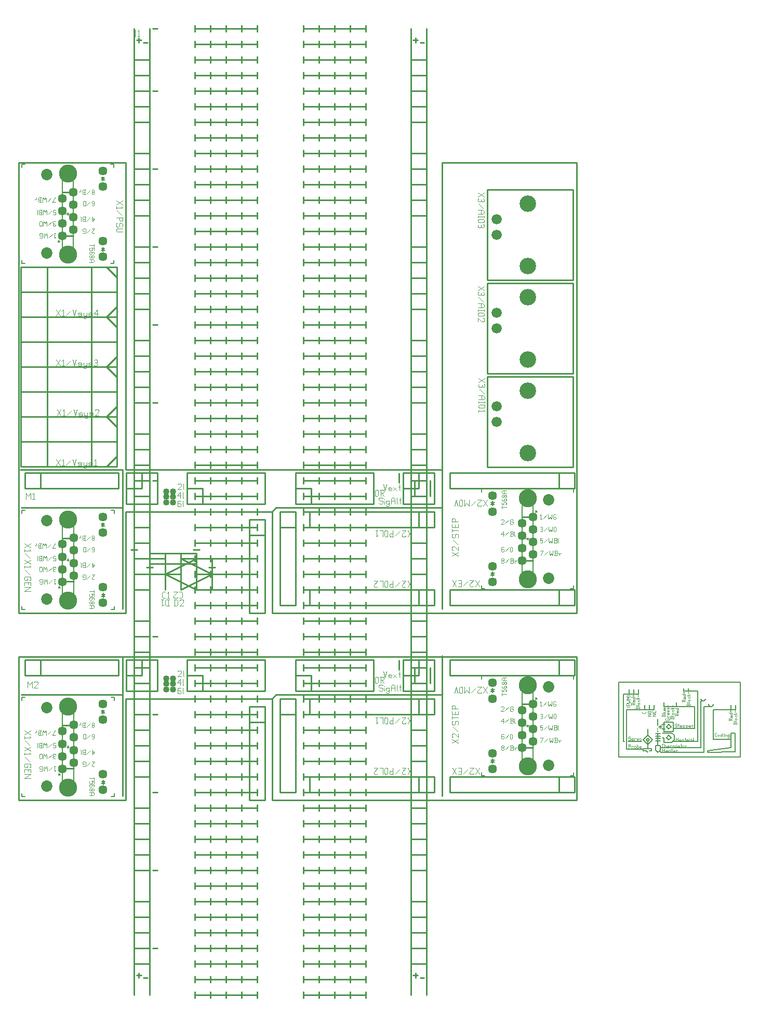
<source format=gbr>
G04 start of page 10 for group -4079 idx -4079 *
G04 Title: (unknown), topsilk *
G04 Creator: pcb 4.2.0 *
G04 CreationDate: Thu Sep 17 08:22:15 2020 UTC *
G04 For: commonadmin *
G04 Format: Gerber/RS-274X *
G04 PCB-Dimensions (mil): 6000.00 7000.00 *
G04 PCB-Coordinate-Origin: lower left *
%MOIN*%
%FSLAX25Y25*%
%LNTOPSILK*%
%ADD84C,0.0027*%
%ADD83C,0.0021*%
%ADD82C,0.0022*%
%ADD81C,0.0940*%
%ADD80C,0.0510*%
%ADD79C,0.0350*%
%ADD78C,0.0400*%
%ADD77C,0.1162*%
%ADD76C,0.0729*%
%ADD75C,0.0572*%
%ADD74C,0.1060*%
%ADD73C,0.0660*%
%ADD72C,0.0050*%
%ADD71C,0.0040*%
%ADD70C,0.0038*%
%ADD69C,0.0030*%
%ADD68C,0.0060*%
%ADD67C,0.0100*%
G54D67*X238500Y22000D02*Y18000D01*
X228500Y22000D02*Y18000D01*
X218500Y22000D02*Y18000D01*
X208500Y22000D02*Y18000D01*
X198500Y22000D02*Y18000D01*
X169000Y22000D02*Y18000D01*
X159000Y22000D02*Y18000D01*
X149000Y22000D02*Y18000D01*
X139000Y22000D02*Y18000D01*
X129000Y22000D02*Y18000D01*
X198500Y20000D02*X238500D01*
X129000D02*X169000D01*
X238500Y32000D02*Y28000D01*
X228500Y32000D02*Y28000D01*
X218500Y32000D02*Y28000D01*
X208500Y32000D02*Y28000D01*
X198500Y32000D02*Y28000D01*
X169000Y32000D02*Y28000D01*
X159000Y32000D02*Y28000D01*
X149000Y32000D02*Y28000D01*
X139000Y32000D02*Y28000D01*
X129000Y32000D02*Y28000D01*
X198500Y30000D02*X238500D01*
X129000D02*X169000D01*
X238500Y72000D02*Y68000D01*
X228500Y72000D02*Y68000D01*
X218500Y72000D02*Y68000D01*
X208500Y72000D02*Y68000D01*
X198500Y72000D02*Y68000D01*
X169000Y72000D02*Y68000D01*
X159000Y72000D02*Y68000D01*
X149000Y72000D02*Y68000D01*
X139000Y72000D02*Y68000D01*
X129000Y72000D02*Y68000D01*
X198500Y70000D02*X238500D01*
X129000D02*X169000D01*
X102000Y50000D02*X105000D01*
X102000Y100000D02*X105000D01*
X102000Y150000D02*X105000D01*
X102000Y200000D02*X105000D01*
X102000Y250000D02*X105000D01*
X102000Y300000D02*X105000D01*
X102000Y350000D02*X105000D01*
X102000Y400000D02*X105000D01*
X102000Y450000D02*X105000D01*
X102000Y500000D02*X105000D01*
X102000Y550000D02*X105000D01*
X102000Y600000D02*X105000D01*
X102000Y640000D02*X105000D01*
X238500Y42000D02*Y38000D01*
X228500Y42000D02*Y38000D01*
X218500Y42000D02*Y38000D01*
X208500Y42000D02*Y38000D01*
X198500Y42000D02*Y38000D01*
X169000Y42000D02*Y38000D01*
X159000Y42000D02*Y38000D01*
X149000Y42000D02*Y38000D01*
X139000Y42000D02*Y38000D01*
X129000Y42000D02*Y38000D01*
X198500Y40000D02*X238500D01*
X129000D02*X169000D01*
X238500Y52000D02*Y48000D01*
X228500Y52000D02*Y48000D01*
X218500Y52000D02*Y48000D01*
X208500Y52000D02*Y48000D01*
X198500Y52000D02*Y48000D01*
X169000Y52000D02*Y48000D01*
X159000Y52000D02*Y48000D01*
X149000Y52000D02*Y48000D01*
X139000Y52000D02*Y48000D01*
X129000Y52000D02*Y48000D01*
X198500Y50000D02*X238500D01*
X129000D02*X169000D01*
X238500Y62000D02*Y58000D01*
X228500Y62000D02*Y58000D01*
X218500Y62000D02*Y58000D01*
X208500Y62000D02*Y58000D01*
X198500Y62000D02*Y58000D01*
X169000Y62000D02*Y58000D01*
X159000Y62000D02*Y58000D01*
X149000Y62000D02*Y58000D01*
X139000Y62000D02*Y58000D01*
X129000Y62000D02*Y58000D01*
X198500Y60000D02*X238500D01*
X129000D02*X169000D01*
X238500Y82000D02*Y78000D01*
X228500Y82000D02*Y78000D01*
X218500Y82000D02*Y78000D01*
X208500Y82000D02*Y78000D01*
X198500Y82000D02*Y78000D01*
X169000Y82000D02*Y78000D01*
X159000Y82000D02*Y78000D01*
X149000Y82000D02*Y78000D01*
X139000Y82000D02*Y78000D01*
X129000Y82000D02*Y78000D01*
X198500Y80000D02*X238500D01*
X129000D02*X169000D01*
X238500Y92000D02*Y88000D01*
X228500Y92000D02*Y88000D01*
X218500Y92000D02*Y88000D01*
X208500Y92000D02*Y88000D01*
X198500Y92000D02*Y88000D01*
X169000Y92000D02*Y88000D01*
X159000Y92000D02*Y88000D01*
X149000Y92000D02*Y88000D01*
X139000Y92000D02*Y88000D01*
X129000Y92000D02*Y88000D01*
X198500Y90000D02*X238500D01*
X129000D02*X169000D01*
X238500Y102000D02*Y98000D01*
X228500Y102000D02*Y98000D01*
X218500Y102000D02*Y98000D01*
X208500Y102000D02*Y98000D01*
X198500Y102000D02*Y98000D01*
X169000Y102000D02*Y98000D01*
X159000Y102000D02*Y98000D01*
X149000Y102000D02*Y98000D01*
X139000Y102000D02*Y98000D01*
X129000Y102000D02*Y98000D01*
X198500Y100000D02*X238500D01*
X129000D02*X169000D01*
X238500Y112000D02*Y108000D01*
X228500Y112000D02*Y108000D01*
X218500Y112000D02*Y108000D01*
X208500Y112000D02*Y108000D01*
X198500Y112000D02*Y108000D01*
X169000Y112000D02*Y108000D01*
X159000Y112000D02*Y108000D01*
X149000Y112000D02*Y108000D01*
X139000Y112000D02*Y108000D01*
X129000Y112000D02*Y108000D01*
X198500Y110000D02*X238500D01*
X129000D02*X169000D01*
X238500Y122000D02*Y118000D01*
X228500Y122000D02*Y118000D01*
X218500Y122000D02*Y118000D01*
X208500Y122000D02*Y118000D01*
X198500Y122000D02*Y118000D01*
X169000Y122000D02*Y118000D01*
X159000Y122000D02*Y118000D01*
X149000Y122000D02*Y118000D01*
X139000Y122000D02*Y118000D01*
X129000Y122000D02*Y118000D01*
X198500Y120000D02*X238500D01*
X129000D02*X169000D01*
X238500Y132000D02*Y128000D01*
X228500Y132000D02*Y128000D01*
X218500Y132000D02*Y128000D01*
X208500Y132000D02*Y128000D01*
X198500Y132000D02*Y128000D01*
X169000Y132000D02*Y128000D01*
X159000Y132000D02*Y128000D01*
X149000Y132000D02*Y128000D01*
X139000Y132000D02*Y128000D01*
X129000Y132000D02*Y128000D01*
X198500Y130000D02*X238500D01*
X129000D02*X169000D01*
X238500Y142000D02*Y138000D01*
X228500Y142000D02*Y138000D01*
X218500Y142000D02*Y138000D01*
X208500Y142000D02*Y138000D01*
X198500Y142000D02*Y138000D01*
X169000Y142000D02*Y138000D01*
X159000Y142000D02*Y138000D01*
X149000Y142000D02*Y138000D01*
X139000Y142000D02*Y138000D01*
X129000Y142000D02*Y138000D01*
X198500Y140000D02*X238500D01*
X129000D02*X169000D01*
X238500Y152000D02*Y148000D01*
X228500Y152000D02*Y148000D01*
X218500Y152000D02*Y148000D01*
X208500Y152000D02*Y148000D01*
X198500Y152000D02*Y148000D01*
X169000Y152000D02*Y148000D01*
X159000Y152000D02*Y148000D01*
X149000Y152000D02*Y148000D01*
X139000Y152000D02*Y148000D01*
X129000Y152000D02*Y148000D01*
X198500Y150000D02*X238500D01*
X129000D02*X169000D01*
X238500Y162000D02*Y158000D01*
X228500Y162000D02*Y158000D01*
X218500Y162000D02*Y158000D01*
X208500Y162000D02*Y158000D01*
X198500Y162000D02*Y158000D01*
X169000Y162000D02*Y158000D01*
X159000Y162000D02*Y158000D01*
X149000Y162000D02*Y158000D01*
X139000Y162000D02*Y158000D01*
X129000Y162000D02*Y158000D01*
X198500Y160000D02*X238500D01*
X129000D02*X169000D01*
X238500Y172000D02*Y168000D01*
X228500Y172000D02*Y168000D01*
X218500Y172000D02*Y168000D01*
X208500Y172000D02*Y168000D01*
X198500Y172000D02*Y168000D01*
X169000Y172000D02*Y168000D01*
X159000Y172000D02*Y168000D01*
X149000Y172000D02*Y168000D01*
X139000Y172000D02*Y168000D01*
X129000Y172000D02*Y168000D01*
X198500Y170000D02*X238500D01*
X129000D02*X169000D01*
X238500Y182000D02*Y178000D01*
X228500Y182000D02*Y178000D01*
X218500Y182000D02*Y178000D01*
X208500Y182000D02*Y178000D01*
X198500Y182000D02*Y178000D01*
X169000Y182000D02*Y178000D01*
X159000Y182000D02*Y178000D01*
X149000Y182000D02*Y178000D01*
X139000Y182000D02*Y178000D01*
X129000Y182000D02*Y178000D01*
X198500Y180000D02*X238500D01*
X129000D02*X169000D01*
X238500Y192000D02*Y188000D01*
X228500Y192000D02*Y188000D01*
X218500Y192000D02*Y188000D01*
X208500Y192000D02*Y188000D01*
X198500Y192000D02*Y188000D01*
X169000Y192000D02*Y188000D01*
X159000Y192000D02*Y188000D01*
X149000Y192000D02*Y188000D01*
X139000Y192000D02*Y188000D01*
X129000Y192000D02*Y188000D01*
X198500Y190000D02*X238500D01*
X129000D02*X169000D01*
X238500Y202000D02*Y198000D01*
X228500Y202000D02*Y198000D01*
X218500Y202000D02*Y198000D01*
X208500Y202000D02*Y198000D01*
X198500Y202000D02*Y198000D01*
X169000Y202000D02*Y198000D01*
X159000Y202000D02*Y198000D01*
X149000Y202000D02*Y198000D01*
X139000Y202000D02*Y198000D01*
X129000Y202000D02*Y198000D01*
X198500Y200000D02*X238500D01*
X129000D02*X169000D01*
X238500Y212000D02*Y208000D01*
X228500Y212000D02*Y208000D01*
X218500Y212000D02*Y208000D01*
X208500Y212000D02*Y208000D01*
X198500Y212000D02*Y208000D01*
X169000Y212000D02*Y208000D01*
X159000Y212000D02*Y208000D01*
X149000Y212000D02*Y208000D01*
X139000Y212000D02*Y208000D01*
X129000Y212000D02*Y208000D01*
X198500Y210000D02*X238500D01*
X129000D02*X169000D01*
X238500Y222000D02*Y218000D01*
X228500Y222000D02*Y218000D01*
X218500Y222000D02*Y218000D01*
X208500Y222000D02*Y218000D01*
X198500Y222000D02*Y218000D01*
X169000Y222000D02*Y218000D01*
X159000Y222000D02*Y218000D01*
X149000Y222000D02*Y218000D01*
X139000Y222000D02*Y218000D01*
X129000Y222000D02*Y218000D01*
X198500Y220000D02*X238500D01*
X129000D02*X169000D01*
X238500Y232000D02*Y228000D01*
X228500Y232000D02*Y228000D01*
X218500Y232000D02*Y228000D01*
X208500Y232000D02*Y228000D01*
X198500Y232000D02*Y228000D01*
X169000Y232000D02*Y228000D01*
X159000Y232000D02*Y228000D01*
X149000Y232000D02*Y228000D01*
X139000Y232000D02*Y228000D01*
X129000Y232000D02*Y228000D01*
X198500Y230000D02*X238500D01*
X129000D02*X169000D01*
X238500Y242000D02*Y238000D01*
X228500Y242000D02*Y238000D01*
X218500Y242000D02*Y238000D01*
X208500Y242000D02*Y238000D01*
X198500Y242000D02*Y238000D01*
X169000Y242000D02*Y238000D01*
X159000Y242000D02*Y238000D01*
X149000Y242000D02*Y238000D01*
X139000Y242000D02*Y238000D01*
X129000Y242000D02*Y238000D01*
X198500Y240000D02*X238500D01*
X129000D02*X169000D01*
X238500Y252000D02*Y248000D01*
X228500Y252000D02*Y248000D01*
X218500Y252000D02*Y248000D01*
X208500Y252000D02*Y248000D01*
X198500Y252000D02*Y248000D01*
X169000Y252000D02*Y248000D01*
X159000Y252000D02*Y248000D01*
X149000Y252000D02*Y248000D01*
X139000Y252000D02*Y248000D01*
X129000Y252000D02*Y248000D01*
X198500Y250000D02*X238500D01*
X129000D02*X169000D01*
X238500Y262000D02*Y258000D01*
X228500Y262000D02*Y258000D01*
X218500Y262000D02*Y258000D01*
X208500Y262000D02*Y258000D01*
X198500Y262000D02*Y258000D01*
X169000Y262000D02*Y258000D01*
X159000Y262000D02*Y258000D01*
X149000Y262000D02*Y258000D01*
X139000Y262000D02*Y258000D01*
X129000Y262000D02*Y258000D01*
X198500Y260000D02*X238500D01*
X129000D02*X169000D01*
X238500Y272000D02*Y268000D01*
X228500Y272000D02*Y268000D01*
X218500Y272000D02*Y268000D01*
X208500Y272000D02*Y268000D01*
X198500Y272000D02*Y268000D01*
X169000Y272000D02*Y268000D01*
X159000Y272000D02*Y268000D01*
X149000Y272000D02*Y268000D01*
X139000Y272000D02*Y268000D01*
X129000Y272000D02*Y268000D01*
X198500Y270000D02*X238500D01*
X129000D02*X169000D01*
X238500Y282000D02*Y278000D01*
X228500Y282000D02*Y278000D01*
X218500Y282000D02*Y278000D01*
X208500Y282000D02*Y278000D01*
X198500Y282000D02*Y278000D01*
X169000Y282000D02*Y278000D01*
X159000Y282000D02*Y278000D01*
X149000Y282000D02*Y278000D01*
X139000Y282000D02*Y278000D01*
X129000Y282000D02*Y278000D01*
X198500Y280000D02*X238500D01*
X129000D02*X169000D01*
X238500Y292000D02*Y288000D01*
X228500Y292000D02*Y288000D01*
X218500Y292000D02*Y288000D01*
X208500Y292000D02*Y288000D01*
X198500Y292000D02*Y288000D01*
X169000Y292000D02*Y288000D01*
X159000Y292000D02*Y288000D01*
X149000Y292000D02*Y288000D01*
X139000Y292000D02*Y288000D01*
X129000Y292000D02*Y288000D01*
X198500Y290000D02*X238500D01*
X129000D02*X169000D01*
X238500Y302000D02*Y298000D01*
X228500Y302000D02*Y298000D01*
X218500Y302000D02*Y298000D01*
X208500Y302000D02*Y298000D01*
X198500Y302000D02*Y298000D01*
X169000Y302000D02*Y298000D01*
X159000Y302000D02*Y298000D01*
X149000Y302000D02*Y298000D01*
X139000Y302000D02*Y298000D01*
X129000Y302000D02*Y298000D01*
X198500Y300000D02*X238500D01*
X129000D02*X169000D01*
X238500Y312000D02*Y308000D01*
X228500Y312000D02*Y308000D01*
X218500Y312000D02*Y308000D01*
X208500Y312000D02*Y308000D01*
X198500Y312000D02*Y308000D01*
X169000Y312000D02*Y308000D01*
X159000Y312000D02*Y308000D01*
X149000Y312000D02*Y308000D01*
X139000Y312000D02*Y308000D01*
X129000Y312000D02*Y308000D01*
X198500Y310000D02*X238500D01*
X129000D02*X169000D01*
X238500Y322000D02*Y318000D01*
X228500Y322000D02*Y318000D01*
X218500Y322000D02*Y318000D01*
X208500Y322000D02*Y318000D01*
X198500Y322000D02*Y318000D01*
X169000Y322000D02*Y318000D01*
X159000Y322000D02*Y318000D01*
X149000Y322000D02*Y318000D01*
X139000Y322000D02*Y318000D01*
X129000Y322000D02*Y318000D01*
X198500Y320000D02*X238500D01*
X129000D02*X169000D01*
X238500Y332000D02*Y328000D01*
X228500Y332000D02*Y328000D01*
X218500Y332000D02*Y328000D01*
X208500Y332000D02*Y328000D01*
X198500Y332000D02*Y328000D01*
X169000Y332000D02*Y328000D01*
X159000Y332000D02*Y328000D01*
X149000Y332000D02*Y328000D01*
X139000Y332000D02*Y328000D01*
X129000Y332000D02*Y328000D01*
X198500Y330000D02*X238500D01*
X129000D02*X169000D01*
X238500Y342000D02*Y338000D01*
X228500Y342000D02*Y338000D01*
X218500Y342000D02*Y338000D01*
X208500Y342000D02*Y338000D01*
X198500Y342000D02*Y338000D01*
X169000Y342000D02*Y338000D01*
X159000Y342000D02*Y338000D01*
X149000Y342000D02*Y338000D01*
X139000Y342000D02*Y338000D01*
X129000Y342000D02*Y338000D01*
X198500Y340000D02*X238500D01*
X129000D02*X169000D01*
X238500Y352000D02*Y348000D01*
X228500Y352000D02*Y348000D01*
X218500Y352000D02*Y348000D01*
X208500Y352000D02*Y348000D01*
X198500Y352000D02*Y348000D01*
X169000Y352000D02*Y348000D01*
X159000Y352000D02*Y348000D01*
X149000Y352000D02*Y348000D01*
X139000Y352000D02*Y348000D01*
X129000Y352000D02*Y348000D01*
X198500Y350000D02*X238500D01*
X129000D02*X169000D01*
X238500Y362000D02*Y358000D01*
X228500Y362000D02*Y358000D01*
X218500Y362000D02*Y358000D01*
X208500Y362000D02*Y358000D01*
X198500Y362000D02*Y358000D01*
X169000Y362000D02*Y358000D01*
X159000Y362000D02*Y358000D01*
X149000Y362000D02*Y358000D01*
X139000Y362000D02*Y358000D01*
X129000Y362000D02*Y358000D01*
X198500Y360000D02*X238500D01*
X129000D02*X169000D01*
X238500Y372000D02*Y368000D01*
X228500Y372000D02*Y368000D01*
X218500Y372000D02*Y368000D01*
X208500Y372000D02*Y368000D01*
X198500Y372000D02*Y368000D01*
X169000Y372000D02*Y368000D01*
X159000Y372000D02*Y368000D01*
X149000Y372000D02*Y368000D01*
X139000Y372000D02*Y368000D01*
X129000Y372000D02*Y368000D01*
X198500Y370000D02*X238500D01*
X129000D02*X169000D01*
X238500Y382000D02*Y378000D01*
X228500Y382000D02*Y378000D01*
X218500Y382000D02*Y378000D01*
X208500Y382000D02*Y378000D01*
X198500Y382000D02*Y378000D01*
X169000Y382000D02*Y378000D01*
X159000Y382000D02*Y378000D01*
X149000Y382000D02*Y378000D01*
X139000Y382000D02*Y378000D01*
X129000Y382000D02*Y378000D01*
X198500Y380000D02*X238500D01*
X129000D02*X169000D01*
X238500Y392000D02*Y388000D01*
X228500Y392000D02*Y388000D01*
X218500Y392000D02*Y388000D01*
X208500Y392000D02*Y388000D01*
X198500Y392000D02*Y388000D01*
X169000Y392000D02*Y388000D01*
X159000Y392000D02*Y388000D01*
X149000Y392000D02*Y388000D01*
X139000Y392000D02*Y388000D01*
X129000Y392000D02*Y388000D01*
X198500Y390000D02*X238500D01*
X129000D02*X169000D01*
X238500Y402000D02*Y398000D01*
X228500Y402000D02*Y398000D01*
X218500Y402000D02*Y398000D01*
X208500Y402000D02*Y398000D01*
X198500Y402000D02*Y398000D01*
X169000Y402000D02*Y398000D01*
X159000Y402000D02*Y398000D01*
X149000Y402000D02*Y398000D01*
X139000Y402000D02*Y398000D01*
X129000Y402000D02*Y398000D01*
X198500Y400000D02*X238500D01*
X129000D02*X169000D01*
X238500Y412000D02*Y408000D01*
X228500Y412000D02*Y408000D01*
X218500Y412000D02*Y408000D01*
X208500Y412000D02*Y408000D01*
X198500Y412000D02*Y408000D01*
X169000Y412000D02*Y408000D01*
X159000Y412000D02*Y408000D01*
X149000Y412000D02*Y408000D01*
X139000Y412000D02*Y408000D01*
X129000Y412000D02*Y408000D01*
X198500Y410000D02*X238500D01*
X129000D02*X169000D01*
X238500Y422000D02*Y418000D01*
X228500Y422000D02*Y418000D01*
X218500Y422000D02*Y418000D01*
X208500Y422000D02*Y418000D01*
X198500Y422000D02*Y418000D01*
X169000Y422000D02*Y418000D01*
X159000Y422000D02*Y418000D01*
X149000Y422000D02*Y418000D01*
X139000Y422000D02*Y418000D01*
X129000Y422000D02*Y418000D01*
X198500Y420000D02*X238500D01*
X129000D02*X169000D01*
X238500Y432000D02*Y428000D01*
X228500Y432000D02*Y428000D01*
X218500Y432000D02*Y428000D01*
X208500Y432000D02*Y428000D01*
X198500Y432000D02*Y428000D01*
X169000Y432000D02*Y428000D01*
X159000Y432000D02*Y428000D01*
X149000Y432000D02*Y428000D01*
X139000Y432000D02*Y428000D01*
X129000Y432000D02*Y428000D01*
X198500Y430000D02*X238500D01*
X129000D02*X169000D01*
X238500Y442000D02*Y438000D01*
X228500Y442000D02*Y438000D01*
X218500Y442000D02*Y438000D01*
X208500Y442000D02*Y438000D01*
X198500Y442000D02*Y438000D01*
X169000Y442000D02*Y438000D01*
X159000Y442000D02*Y438000D01*
X149000Y442000D02*Y438000D01*
X139000Y442000D02*Y438000D01*
X129000Y442000D02*Y438000D01*
X198500Y440000D02*X238500D01*
X129000D02*X169000D01*
X238500Y452000D02*Y448000D01*
X228500Y452000D02*Y448000D01*
X218500Y452000D02*Y448000D01*
X208500Y452000D02*Y448000D01*
X198500Y452000D02*Y448000D01*
X169000Y452000D02*Y448000D01*
X159000Y452000D02*Y448000D01*
X149000Y452000D02*Y448000D01*
X139000Y452000D02*Y448000D01*
X129000Y452000D02*Y448000D01*
X198500Y450000D02*X238500D01*
X129000D02*X169000D01*
X238500Y462000D02*Y458000D01*
X228500Y462000D02*Y458000D01*
X218500Y462000D02*Y458000D01*
X208500Y462000D02*Y458000D01*
X198500Y462000D02*Y458000D01*
X169000Y462000D02*Y458000D01*
X159000Y462000D02*Y458000D01*
X149000Y462000D02*Y458000D01*
X139000Y462000D02*Y458000D01*
X129000Y462000D02*Y458000D01*
X198500Y460000D02*X238500D01*
X129000D02*X169000D01*
X238500Y472000D02*Y468000D01*
X228500Y472000D02*Y468000D01*
X218500Y472000D02*Y468000D01*
X208500Y472000D02*Y468000D01*
X198500Y472000D02*Y468000D01*
X169000Y472000D02*Y468000D01*
X159000Y472000D02*Y468000D01*
X149000Y472000D02*Y468000D01*
X139000Y472000D02*Y468000D01*
X129000Y472000D02*Y468000D01*
X198500Y470000D02*X238500D01*
X129000D02*X169000D01*
X238500Y482000D02*Y478000D01*
X228500Y482000D02*Y478000D01*
X218500Y482000D02*Y478000D01*
X208500Y482000D02*Y478000D01*
X198500Y482000D02*Y478000D01*
X169000Y482000D02*Y478000D01*
X159000Y482000D02*Y478000D01*
X149000Y482000D02*Y478000D01*
X139000Y482000D02*Y478000D01*
X129000Y482000D02*Y478000D01*
X198500Y480000D02*X238500D01*
X129000D02*X169000D01*
X238500Y492000D02*Y488000D01*
X228500Y492000D02*Y488000D01*
X218500Y492000D02*Y488000D01*
X208500Y492000D02*Y488000D01*
X198500Y492000D02*Y488000D01*
X169000Y492000D02*Y488000D01*
X159000Y492000D02*Y488000D01*
X149000Y492000D02*Y488000D01*
X139000Y492000D02*Y488000D01*
X129000Y492000D02*Y488000D01*
X198500Y490000D02*X238500D01*
X129000D02*X169000D01*
X238500Y502000D02*Y498000D01*
X228500Y502000D02*Y498000D01*
X218500Y502000D02*Y498000D01*
X208500Y502000D02*Y498000D01*
X198500Y502000D02*Y498000D01*
X169000Y502000D02*Y498000D01*
X159000Y502000D02*Y498000D01*
X149000Y502000D02*Y498000D01*
X139000Y502000D02*Y498000D01*
X129000Y502000D02*Y498000D01*
X198500Y500000D02*X238500D01*
X129000D02*X169000D01*
X238500Y512000D02*Y508000D01*
X228500Y512000D02*Y508000D01*
X218500Y512000D02*Y508000D01*
X208500Y512000D02*Y508000D01*
X198500Y512000D02*Y508000D01*
X169000Y512000D02*Y508000D01*
X159000Y512000D02*Y508000D01*
X149000Y512000D02*Y508000D01*
X139000Y512000D02*Y508000D01*
X129000Y512000D02*Y508000D01*
X198500Y510000D02*X238500D01*
X129000D02*X169000D01*
X238500Y522000D02*Y518000D01*
X228500Y522000D02*Y518000D01*
X218500Y522000D02*Y518000D01*
X208500Y522000D02*Y518000D01*
X198500Y522000D02*Y518000D01*
X169000Y522000D02*Y518000D01*
X159000Y522000D02*Y518000D01*
X149000Y522000D02*Y518000D01*
X139000Y522000D02*Y518000D01*
X129000Y522000D02*Y518000D01*
X198500Y520000D02*X238500D01*
X129000D02*X169000D01*
X238500Y532000D02*Y528000D01*
X228500Y532000D02*Y528000D01*
X218500Y532000D02*Y528000D01*
X208500Y532000D02*Y528000D01*
X198500Y532000D02*Y528000D01*
X169000Y532000D02*Y528000D01*
X159000Y532000D02*Y528000D01*
X149000Y532000D02*Y528000D01*
X139000Y532000D02*Y528000D01*
X129000Y532000D02*Y528000D01*
X198500Y530000D02*X238500D01*
X129000D02*X169000D01*
X238500Y542000D02*Y538000D01*
X228500Y542000D02*Y538000D01*
X218500Y542000D02*Y538000D01*
X208500Y542000D02*Y538000D01*
X198500Y542000D02*Y538000D01*
X169000Y542000D02*Y538000D01*
X159000Y542000D02*Y538000D01*
X149000Y542000D02*Y538000D01*
X139000Y542000D02*Y538000D01*
X129000Y542000D02*Y538000D01*
X198500Y540000D02*X238500D01*
X129000D02*X169000D01*
X238500Y552000D02*Y548000D01*
X228500Y552000D02*Y548000D01*
X218500Y552000D02*Y548000D01*
X208500Y552000D02*Y548000D01*
X198500Y552000D02*Y548000D01*
X169000Y552000D02*Y548000D01*
X159000Y552000D02*Y548000D01*
X149000Y552000D02*Y548000D01*
X139000Y552000D02*Y548000D01*
X129000Y552000D02*Y548000D01*
X198500Y550000D02*X238500D01*
X129000D02*X169000D01*
X238500Y562000D02*Y558000D01*
X228500Y562000D02*Y558000D01*
X218500Y562000D02*Y558000D01*
X208500Y562000D02*Y558000D01*
X198500Y562000D02*Y558000D01*
X169000Y562000D02*Y558000D01*
X159000Y562000D02*Y558000D01*
X149000Y562000D02*Y558000D01*
X139000Y562000D02*Y558000D01*
X129000Y562000D02*Y558000D01*
X198500Y560000D02*X238500D01*
X129000D02*X169000D01*
X238500Y572000D02*Y568000D01*
X228500Y572000D02*Y568000D01*
X218500Y572000D02*Y568000D01*
X208500Y572000D02*Y568000D01*
X198500Y572000D02*Y568000D01*
X169000Y572000D02*Y568000D01*
X159000Y572000D02*Y568000D01*
X149000Y572000D02*Y568000D01*
X139000Y572000D02*Y568000D01*
X129000Y572000D02*Y568000D01*
X198500Y570000D02*X238500D01*
X129000D02*X169000D01*
X238500Y582000D02*Y578000D01*
X228500Y582000D02*Y578000D01*
X218500Y582000D02*Y578000D01*
X208500Y582000D02*Y578000D01*
X198500Y582000D02*Y578000D01*
X169000Y582000D02*Y578000D01*
X159000Y582000D02*Y578000D01*
X149000Y582000D02*Y578000D01*
X139000Y582000D02*Y578000D01*
X129000Y582000D02*Y578000D01*
X198500Y580000D02*X238500D01*
X129000D02*X169000D01*
X238500Y592000D02*Y588000D01*
X228500Y592000D02*Y588000D01*
X218500Y592000D02*Y588000D01*
X208500Y592000D02*Y588000D01*
X198500Y592000D02*Y588000D01*
X169000Y592000D02*Y588000D01*
X159000Y592000D02*Y588000D01*
X149000Y592000D02*Y588000D01*
X139000Y592000D02*Y588000D01*
X129000Y592000D02*Y588000D01*
X198500Y590000D02*X238500D01*
X129000D02*X169000D01*
X238500Y602000D02*Y598000D01*
X228500Y602000D02*Y598000D01*
X218500Y602000D02*Y598000D01*
X208500Y602000D02*Y598000D01*
X198500Y602000D02*Y598000D01*
X169000Y602000D02*Y598000D01*
X159000Y602000D02*Y598000D01*
X149000Y602000D02*Y598000D01*
X139000Y602000D02*Y598000D01*
X129000Y602000D02*Y598000D01*
X198500Y600000D02*X238500D01*
X129000D02*X169000D01*
X238500Y612000D02*Y608000D01*
X228500Y612000D02*Y608000D01*
X218500Y612000D02*Y608000D01*
X208500Y612000D02*Y608000D01*
X198500Y612000D02*Y608000D01*
X169000Y612000D02*Y608000D01*
X159000Y612000D02*Y608000D01*
X149000Y612000D02*Y608000D01*
X139000Y612000D02*Y608000D01*
X129000Y612000D02*Y608000D01*
X198500Y610000D02*X238500D01*
X129000D02*X169000D01*
X238500Y622000D02*Y618000D01*
X228500Y622000D02*Y618000D01*
X218500Y622000D02*Y618000D01*
X208500Y622000D02*Y618000D01*
X198500Y622000D02*Y618000D01*
X169000Y622000D02*Y618000D01*
X159000Y622000D02*Y618000D01*
X149000Y622000D02*Y618000D01*
X139000Y622000D02*Y618000D01*
X129000Y622000D02*Y618000D01*
X198500Y620000D02*X238500D01*
X129000D02*X169000D01*
X238500Y632000D02*Y628000D01*
X228500Y632000D02*Y628000D01*
X218500Y632000D02*Y628000D01*
X208500Y632000D02*Y628000D01*
X198500Y632000D02*Y628000D01*
X169000Y632000D02*Y628000D01*
X159000Y632000D02*Y628000D01*
X149000Y632000D02*Y628000D01*
X139000Y632000D02*Y628000D01*
X129000Y632000D02*Y628000D01*
X198500Y630000D02*X238500D01*
X129000D02*X169000D01*
X238500Y642000D02*Y638000D01*
X228500Y642000D02*Y638000D01*
X218500Y642000D02*Y638000D01*
X208500Y642000D02*Y638000D01*
X198500Y642000D02*Y638000D01*
X169000Y642000D02*Y638000D01*
X159000Y642000D02*Y638000D01*
X149000Y642000D02*Y638000D01*
X139000Y642000D02*Y638000D01*
X129000Y642000D02*Y638000D01*
X198500Y640000D02*X238500D01*
X129000D02*X169000D01*
X277500Y20000D02*Y640000D01*
X267500D02*Y20000D01*
Y70000D02*X277500D01*
X267500Y80000D02*X277500D01*
X267500Y60000D02*X277500D01*
X267500Y50000D02*X277500D01*
X267500Y40000D02*X277500D01*
X267500Y130000D02*X277500D01*
X267500Y140000D02*X277500D01*
X267500Y120000D02*X277500D01*
X267500Y110000D02*X277500D01*
X267500Y100000D02*X277500D01*
X267500Y190000D02*X277500D01*
X267500Y200000D02*X277500D01*
X267500Y180000D02*X277500D01*
X267500Y170000D02*X277500D01*
X267500Y160000D02*X277500D01*
X267500Y250000D02*X277500D01*
X267500Y260000D02*X277500D01*
X267500Y240000D02*X277500D01*
X267500Y230000D02*X277500D01*
X267500Y220000D02*X277500D01*
X267500Y310000D02*X277500D01*
X267500Y320000D02*X277500D01*
X267500Y300000D02*X277500D01*
X267500Y290000D02*X277500D01*
X267500Y280000D02*X277500D01*
X267500Y370000D02*X277500D01*
X267500Y380000D02*X277500D01*
X267500Y360000D02*X277500D01*
X267500Y350000D02*X277500D01*
X267500Y340000D02*X277500D01*
X267500Y430000D02*X277500D01*
X267500Y440000D02*X277500D01*
X267500Y420000D02*X277500D01*
X267500Y410000D02*X277500D01*
X267500Y400000D02*X277500D01*
X267500Y490000D02*X277500D01*
X267500Y500000D02*X277500D01*
X267500Y480000D02*X277500D01*
X267500Y470000D02*X277500D01*
X267500Y460000D02*X277500D01*
X267500Y550000D02*X277500D01*
X267500Y560000D02*X277500D01*
X267500Y540000D02*X277500D01*
X267500Y530000D02*X277500D01*
X267500Y520000D02*X277500D01*
X267500Y610000D02*X277500D01*
X267500Y620000D02*X277500D01*
X267500Y600000D02*X277500D01*
X267500Y590000D02*X277500D01*
X267500Y580000D02*X277500D01*
X100000Y20000D02*Y640000D01*
X90000D02*Y20000D01*
Y70000D02*X100000D01*
X90000Y80000D02*X100000D01*
X90000Y60000D02*X100000D01*
X90000Y50000D02*X100000D01*
X90000Y40000D02*X100000D01*
X90000Y130000D02*X100000D01*
X90000Y140000D02*X100000D01*
X90000Y120000D02*X100000D01*
X90000Y110000D02*X100000D01*
X90000Y100000D02*X100000D01*
X90000Y190000D02*X100000D01*
X90000Y200000D02*X100000D01*
X90000Y180000D02*X100000D01*
X90000Y170000D02*X100000D01*
X90000Y160000D02*X100000D01*
X90000Y250000D02*X100000D01*
X90000Y260000D02*X100000D01*
X90000Y240000D02*X100000D01*
X90000Y230000D02*X100000D01*
X90000Y220000D02*X100000D01*
X90000Y310000D02*X100000D01*
X90000Y320000D02*X100000D01*
X90000Y300000D02*X100000D01*
X90000Y290000D02*X100000D01*
X90000Y280000D02*X100000D01*
X90000Y370000D02*X100000D01*
X90000Y380000D02*X100000D01*
X90000Y360000D02*X100000D01*
X90000Y350000D02*X100000D01*
X90000Y340000D02*X100000D01*
X90000Y430000D02*X100000D01*
X90000Y440000D02*X100000D01*
X90000Y420000D02*X100000D01*
X90000Y410000D02*X100000D01*
X90000Y400000D02*X100000D01*
X90000Y490000D02*X100000D01*
X90000Y500000D02*X100000D01*
X90000Y480000D02*X100000D01*
X90000Y470000D02*X100000D01*
X90000Y460000D02*X100000D01*
X90000Y550000D02*X100000D01*
X90000Y560000D02*X100000D01*
X90000Y540000D02*X100000D01*
X90000Y530000D02*X100000D01*
X90000Y520000D02*X100000D01*
X90000Y610000D02*X100000D01*
X90000Y620000D02*X100000D01*
X90000Y600000D02*X100000D01*
X90000Y590000D02*X100000D01*
X90000Y580000D02*X100000D01*
X96000Y631000D02*X98500D01*
X93000Y634000D02*Y631000D01*
X91500Y632500D02*X94500D01*
X273500Y631000D02*X276000D01*
X270500Y634000D02*Y631000D01*
X269000Y632500D02*X272000D01*
X96000Y31000D02*X98500D01*
X93000Y34000D02*Y31000D01*
X91500Y32500D02*X94500D01*
X273500Y31000D02*X276000D01*
X270500Y34000D02*Y31000D01*
X269000Y32500D02*X272000D01*
X90003Y349997D02*Y339997D01*
X17003Y356997D02*X82503D01*
Y267497D01*
X17503Y332497D02*X82503D01*
G54D68*X43286Y284095D02*X44861Y285670D01*
X43286D02*X44861Y284095D01*
G54D67*X270003Y349997D02*Y339997D01*
X280003Y349997D02*Y339997D01*
X287503Y357497D02*Y267497D01*
X260003Y354465D02*Y348466D01*
X181034Y332497D02*X287503D01*
X178503Y329966D02*X181034Y332497D01*
G54D68*X43286Y506064D02*X44861Y507639D01*
X43286D02*X44861Y506064D01*
X345145Y325840D02*X346720Y327414D01*
X345145D02*X346720Y325840D01*
G54D69*X64229Y279509D02*Y278008D01*
X61229Y278759D02*X64229D01*
Y277109D02*Y275609D01*
X62729Y277109D02*X64229D01*
X62729D02*X63103Y276734D01*
Y275984D01*
X62729Y275609D02*X63103Y275984D01*
X61603Y275609D02*X62729D01*
X61229Y275984D02*X61603Y275609D01*
X61229Y276734D02*Y275984D01*
Y276734D02*X61603Y277109D01*
X63854Y273209D02*X64229Y273584D01*
Y274334D02*Y273584D01*
X63854Y274709D02*X64229Y274334D01*
X61603Y274709D02*X63854D01*
X61229Y274334D02*X61603Y274709D01*
X62503Y273209D02*X62879Y273584D01*
Y274709D02*Y273584D01*
X61229Y274334D02*Y273584D01*
X61603Y273209D01*
X62503D01*
X61229Y271934D02*X61603Y272309D01*
X62203D01*
X62729Y271784D01*
Y271334D01*
X62203Y270809D02*X62729Y271334D01*
X61603Y270809D02*X62203D01*
X61229Y271184D02*X61603Y270809D01*
X61229Y271934D02*Y271184D01*
X62729Y271784D02*X63254Y272309D01*
X63854D01*
X64229Y271934D01*
Y271184D01*
X63854Y270809D02*X64229Y271184D01*
X63254Y270809D02*X63854D01*
X62729Y271334D02*X63254Y270809D01*
X61229Y269909D02*X63479D01*
X64229Y269384D01*
Y268559D01*
X63479Y268034D02*X64229Y268559D01*
X61229Y268034D02*X63479D01*
X62729Y269909D02*Y268034D01*
X64348Y286499D02*X64723Y286874D01*
X63223Y286499D02*X64348D01*
X62847Y286874D02*X63223Y286499D01*
X62847Y287624D02*Y286874D01*
Y287624D02*X64723Y289499D01*
X62847D02*X64723D01*
X59698Y286874D02*X61947Y289124D01*
X56923Y286874D02*X57297Y286499D01*
X58423D01*
X58798Y286874D01*
Y289124D02*Y286874D01*
X58423Y289499D02*X58798Y289124D01*
X57297Y289499D02*X58423D01*
X56923Y289124D02*X57297Y289499D01*
X56923Y289124D02*Y288374D01*
X57297Y287999D01*
X58048D01*
X63223Y294156D02*X64723Y296031D01*
X62847D02*X64723D01*
X63223Y297156D02*Y294156D01*
X59698Y294531D02*X61947Y296781D01*
X57297Y297156D02*X58798D01*
X56923Y296781D02*X57297Y297156D01*
X56923Y296781D02*Y295881D01*
X57297Y295506D01*
X58423D01*
Y297156D02*Y294156D01*
X57297D02*X58798D01*
X56923Y294531D02*X57297Y294156D01*
X56923Y295131D02*Y294531D01*
Y295131D02*X57297Y295506D01*
X56023Y296781D02*Y294156D01*
X55648Y297156D02*X56023Y296781D01*
X62830Y304688D02*X63205Y304314D01*
X63955D01*
X64330Y304688D01*
Y306939D02*Y304688D01*
X63955Y307313D02*X64330Y306939D01*
X62830Y306039D02*X63205Y305664D01*
X64330D01*
X63205Y307313D02*X63955D01*
X62830Y306939D02*X63205Y307313D01*
X62830Y306939D02*Y306039D01*
X59680Y304688D02*X61930Y306939D01*
X58780D02*Y304688D01*
X58405Y304314D02*X58780Y304688D01*
X57655Y304314D02*X58405D01*
X57280Y304688D02*X57655Y304314D01*
X57280Y306939D02*Y304688D01*
Y306939D02*X57655Y307313D01*
X58405D01*
X58780Y306939D01*
X63955Y314578D02*X64330Y314203D01*
Y313602D01*
X63805Y313078D02*X64330Y313602D01*
X63355Y313078D02*X63805D01*
X62830Y313602D02*X63355Y313078D01*
X62830Y314203D02*Y313602D01*
Y314203D02*X63205Y314578D01*
X63955D01*
X63805Y313078D02*X64330Y312553D01*
Y311953D01*
X63955Y311578D02*X64330Y311953D01*
X63205Y311578D02*X63955D01*
X62830Y311953D02*X63205Y311578D01*
X62830Y312553D02*Y311953D01*
Y312553D02*X63355Y313078D01*
X59680Y311953D02*X61930Y314203D01*
X57280Y314578D02*X58780D01*
X56905Y314203D02*X57280Y314578D01*
X56905Y314203D02*Y313302D01*
X57280Y312928D01*
X58405D01*
Y314578D02*Y311578D01*
X57280D02*X58780D01*
X56905Y311953D02*X57280Y311578D01*
X56905Y312553D02*Y311953D01*
Y312553D02*X57280Y312928D01*
X55630Y314578D02*Y313453D01*
X55255Y313078D02*X55630Y313453D01*
X54504Y313078D02*X55255D01*
X55630Y313453D02*X56004Y313078D01*
G54D70*X119442Y337037D02*X119923Y336557D01*
X118483Y337037D02*X119442D01*
X118003Y336557D02*X118483Y337037D01*
X118003Y336557D02*Y333677D01*
X118483Y333197D01*
X119442Y335309D02*X119923Y334829D01*
X118003Y335309D02*X119442D01*
X118483Y333197D02*X119442D01*
X119923Y333677D01*
Y334829D02*Y333677D01*
X121075Y337037D02*Y333677D01*
X121555Y333197D01*
X117503Y340102D02*X119442Y342527D01*
X117503Y340102D02*X119928D01*
X119442Y342527D02*Y338647D01*
X121092Y342527D02*Y339132D01*
X121577Y338647D01*
X118003Y347557D02*X118483Y348037D01*
X119923D01*
X120403Y347557D01*
Y346597D01*
X118003Y344197D02*X120403Y346597D01*
X118003Y344197D02*X120403D01*
X121555Y348037D02*Y344677D01*
X122035Y344197D01*
G54D69*X38946Y505396D02*X39546Y505997D01*
X38946Y508397D02*Y505396D01*
X38421Y508397D02*X39546D01*
X35271Y505772D02*X37521Y508022D01*
X34371Y506897D02*Y505396D01*
X33996Y508397D02*X34371Y506897D01*
X33246D02*X33996Y508397D01*
X32496D02*X33246Y506897D01*
X32121D02*X32496Y508397D01*
X32121Y506897D02*Y505396D01*
X29346Y505772D02*X29721Y505396D01*
X30846D01*
X31221Y505772D01*
Y508022D02*Y505772D01*
X30846Y508397D02*X31221Y508022D01*
X29721Y508397D02*X30846D01*
X29346Y508022D02*X29721Y508397D01*
X29346Y508022D02*Y507272D01*
X29721Y506897D01*
X30471D01*
X39112Y513349D02*X39487Y513724D01*
X38362Y513349D02*X39112D01*
X37987Y513724D02*X38362Y513349D01*
X37987Y515974D02*X38362Y516349D01*
X39112D01*
X39487Y515974D01*
X38362Y514699D02*X39112D01*
X37987Y514324D02*Y513724D01*
Y515974D02*Y515074D01*
X38362Y514699D01*
X37987Y514324D02*X38362Y514699D01*
X34837Y513724D02*X37087Y515974D01*
X33937Y514849D02*Y513349D01*
X33562Y516349D02*X33937Y514849D01*
X32812D02*X33562Y516349D01*
X32062D02*X32812Y514849D01*
X31687D02*X32062Y516349D01*
X31687Y514849D02*Y513349D01*
X30787Y515974D02*Y513724D01*
X30412Y513349D02*X30787Y513724D01*
X29662Y513349D02*X30412D01*
X29287Y513724D02*X29662Y513349D01*
X29287Y515974D02*Y513724D01*
Y515974D02*X29662Y516349D01*
X30412D01*
X30787Y515974D01*
X37987Y520613D02*X39487D01*
Y522113D02*Y520613D01*
X39112Y521738D02*X39487Y522113D01*
X38362Y521738D02*X39112D01*
X37987Y522113D02*X38362Y521738D01*
X37987Y523238D02*Y522113D01*
Y523238D02*X38362Y523613D01*
X39112D01*
X39487Y523238D01*
X34837Y520988D02*X37087Y523238D01*
X33937Y522113D02*Y520613D01*
X33562Y523613D02*X33937Y522113D01*
X32812D02*X33562Y523613D01*
X32062D02*X32812Y522113D01*
X31687D02*X32062Y523613D01*
X31687Y522113D02*Y520613D01*
X29287Y523613D02*X30787D01*
X28912Y523238D02*X29287Y523613D01*
X28912Y523238D02*Y522338D01*
X29287Y521963D01*
X30412D01*
Y523613D02*Y520613D01*
X29287D02*X30787D01*
X28912Y520988D02*X29287Y520613D01*
X28912Y521588D02*Y520988D01*
Y521588D02*X29287Y521963D01*
X28012Y523238D02*Y520613D01*
X27636Y523613D02*X28012Y523238D01*
X64229Y501477D02*Y499977D01*
X61229Y500727D02*X64229D01*
Y499077D02*Y497577D01*
X62729Y499077D02*X64229D01*
X62729D02*X63103Y498702D01*
Y497952D01*
X62729Y497577D02*X63103Y497952D01*
X61603Y497577D02*X62729D01*
X61229Y497952D02*X61603Y497577D01*
X61229Y498702D02*Y497952D01*
Y498702D02*X61603Y499077D01*
X63854Y495177D02*X64229Y495552D01*
Y496302D02*Y495552D01*
X63854Y496677D02*X64229Y496302D01*
X61603Y496677D02*X63854D01*
X61229Y496302D02*X61603Y496677D01*
X62503Y495177D02*X62879Y495552D01*
Y496677D02*Y495552D01*
X61229Y496302D02*Y495552D01*
X61603Y495177D01*
X62503D01*
X61229Y493902D02*X61603Y494277D01*
X62203D01*
X62729Y493752D01*
Y493302D01*
X62203Y492777D02*X62729Y493302D01*
X61603Y492777D02*X62203D01*
X61229Y493152D02*X61603Y492777D01*
X61229Y493902D02*Y493152D01*
X62729Y493752D02*X63254Y494277D01*
X63854D01*
X64229Y493902D01*
Y493152D01*
X63854Y492777D02*X64229Y493152D01*
X63254Y492777D02*X63854D01*
X62729Y493302D02*X63254Y492777D01*
X61229Y491877D02*X63479D01*
X64229Y491352D01*
Y490527D01*
X63479Y490001D02*X64229Y490527D01*
X61229Y490001D02*X63479D01*
X62729Y491877D02*Y490001D01*
X64348Y508467D02*X64723Y508842D01*
X63223Y508467D02*X64348D01*
X62847Y508842D02*X63223Y508467D01*
X62847Y509592D02*Y508842D01*
Y509592D02*X64723Y511467D01*
X62847D02*X64723D01*
X59698Y508842D02*X61947Y511092D01*
X56923Y508842D02*X57297Y508467D01*
X58423D01*
X58798Y508842D01*
Y511092D02*Y508842D01*
X58423Y511467D02*X58798Y511092D01*
X57297Y511467D02*X58423D01*
X56923Y511092D02*X57297Y511467D01*
X56923Y511092D02*Y510342D01*
X57297Y509967D01*
X58048D01*
X63223Y516125D02*X64723Y518000D01*
X62847D02*X64723D01*
X63223Y519125D02*Y516125D01*
X59698Y516500D02*X61947Y518750D01*
X57297Y519125D02*X58798D01*
X56923Y518750D02*X57297Y519125D01*
X56923Y518750D02*Y517850D01*
X57297Y517475D01*
X58423D01*
Y519125D02*Y516125D01*
X57297D02*X58798D01*
X56923Y516500D02*X57297Y516125D01*
X56923Y517100D02*Y516500D01*
Y517100D02*X57297Y517475D01*
X56023Y518750D02*Y516125D01*
X55648Y519125D02*X56023Y518750D01*
X62830Y526657D02*X63205Y526282D01*
X63955D01*
X64330Y526657D01*
Y528907D02*Y526657D01*
X63955Y529282D02*X64330Y528907D01*
X62830Y528007D02*X63205Y527632D01*
X64330D01*
X63205Y529282D02*X63955D01*
X62830Y528907D02*X63205Y529282D01*
X62830Y528907D02*Y528007D01*
X59680Y526657D02*X61930Y528907D01*
X58780D02*Y526657D01*
X58405Y526282D02*X58780Y526657D01*
X57655Y526282D02*X58405D01*
X57280Y526657D02*X57655Y526282D01*
X57280Y528907D02*Y526657D01*
Y528907D02*X57655Y529282D01*
X58405D01*
X58780Y528907D01*
X37612Y528664D02*X39112Y531664D01*
X37612Y528664D02*X39487D01*
X34462Y529039D02*X36712Y531289D01*
X33562Y530164D02*Y528664D01*
X33187Y531664D02*X33562Y530164D01*
X32437D02*X33187Y531664D01*
X31687D02*X32437Y530164D01*
X31311D02*X31687Y531664D01*
X31311Y530164D02*Y528664D01*
X28912Y531664D02*X30412D01*
X28537Y531289D02*X28912Y531664D01*
X28537Y531289D02*Y530389D01*
X28912Y530014D01*
X30037D01*
Y531664D02*Y528664D01*
X28912D02*X30412D01*
X28537Y529039D02*X28912Y528664D01*
X28537Y529639D02*Y529039D01*
Y529639D02*X28912Y530014D01*
X27262Y531664D02*Y530539D01*
X26887Y530164D02*X27262Y530539D01*
X26137Y530164D02*X26887D01*
X27262Y530539D02*X27636Y530164D01*
X63955Y536546D02*X64330Y536171D01*
Y535571D01*
X63805Y535046D02*X64330Y535571D01*
X63355Y535046D02*X63805D01*
X62830Y535571D02*X63355Y535046D01*
X62830Y536171D02*Y535571D01*
Y536171D02*X63205Y536546D01*
X63955D01*
X63805Y535046D02*X64330Y534521D01*
Y533921D01*
X63955Y533546D02*X64330Y533921D01*
X63205Y533546D02*X63955D01*
X62830Y533921D02*X63205Y533546D01*
X62830Y534521D02*Y533921D01*
Y534521D02*X63355Y535046D01*
X59680Y533921D02*X61930Y536171D01*
X57280Y536546D02*X58780D01*
X56905Y536171D02*X57280Y536546D01*
X56905Y536171D02*Y535271D01*
X57280Y534896D01*
X58405D01*
Y536546D02*Y533546D01*
X57280D02*X58780D01*
X56905Y533921D02*X57280Y533546D01*
X56905Y534521D02*Y533921D01*
Y534521D02*X57280Y534896D01*
X55630Y536546D02*Y535421D01*
X55255Y535046D02*X55630Y535421D01*
X54504Y535046D02*X55255D01*
X55630Y535421D02*X56004Y535046D01*
X38946Y283428D02*X39546Y284028D01*
X38946Y286428D02*Y283428D01*
X38421Y286428D02*X39546D01*
X35271Y283803D02*X37521Y286053D01*
X34371Y284928D02*Y283428D01*
X33996Y286428D02*X34371Y284928D01*
X33246D02*X33996Y286428D01*
X32496D02*X33246Y284928D01*
X32121D02*X32496Y286428D01*
X32121Y284928D02*Y283428D01*
X29346Y283803D02*X29721Y283428D01*
X30846D01*
X31221Y283803D01*
Y286053D02*Y283803D01*
X30846Y286428D02*X31221Y286053D01*
X29721Y286428D02*X30846D01*
X29346Y286053D02*X29721Y286428D01*
X29346Y286053D02*Y285303D01*
X29721Y284928D01*
X30471D01*
X39112Y291381D02*X39487Y291756D01*
X38362Y291381D02*X39112D01*
X37987Y291756D02*X38362Y291381D01*
X37987Y294006D02*X38362Y294381D01*
X39112D01*
X39487Y294006D01*
X38362Y292731D02*X39112D01*
X37987Y292356D02*Y291756D01*
Y294006D02*Y293106D01*
X38362Y292731D01*
X37987Y292356D02*X38362Y292731D01*
X34837Y291756D02*X37087Y294006D01*
X33937Y292881D02*Y291381D01*
X33562Y294381D02*X33937Y292881D01*
X32812D02*X33562Y294381D01*
X32062D02*X32812Y292881D01*
X31687D02*X32062Y294381D01*
X31687Y292881D02*Y291381D01*
X30787Y294006D02*Y291756D01*
X30412Y291381D02*X30787Y291756D01*
X29662Y291381D02*X30412D01*
X29287Y291756D02*X29662Y291381D01*
X29287Y294006D02*Y291756D01*
Y294006D02*X29662Y294381D01*
X30412D01*
X30787Y294006D01*
X37987Y298645D02*X39487D01*
Y300145D02*Y298645D01*
X39112Y299770D02*X39487Y300145D01*
X38362Y299770D02*X39112D01*
X37987Y300145D02*X38362Y299770D01*
X37987Y301270D02*Y300145D01*
Y301270D02*X38362Y301645D01*
X39112D01*
X39487Y301270D01*
X34837Y299020D02*X37087Y301270D01*
X33937Y300145D02*Y298645D01*
X33562Y301645D02*X33937Y300145D01*
X32812D02*X33562Y301645D01*
X32062D02*X32812Y300145D01*
X31687D02*X32062Y301645D01*
X31687Y300145D02*Y298645D01*
X29287Y301645D02*X30787D01*
X28912Y301270D02*X29287Y301645D01*
X28912Y301270D02*Y300370D01*
X29287Y299995D01*
X30412D01*
Y301645D02*Y298645D01*
X29287D02*X30787D01*
X28912Y299020D02*X29287Y298645D01*
X28912Y299620D02*Y299020D01*
Y299620D02*X29287Y299995D01*
X28012Y301270D02*Y298645D01*
X27636Y301645D02*X28012Y301270D01*
X37612Y306696D02*X39112Y309696D01*
X37612Y306696D02*X39487D01*
X34462Y307071D02*X36712Y309321D01*
X33562Y308196D02*Y306696D01*
X33187Y309696D02*X33562Y308196D01*
X32437D02*X33187Y309696D01*
X31687D02*X32437Y308196D01*
X31311D02*X31687Y309696D01*
X31311Y308196D02*Y306696D01*
X28912Y309696D02*X30412D01*
X28537Y309321D02*X28912Y309696D01*
X28537Y309321D02*Y308421D01*
X28912Y308045D01*
X30037D01*
Y309696D02*Y306696D01*
X28912D02*X30412D01*
X28537Y307071D02*X28912Y306696D01*
X28537Y307671D02*Y307071D01*
Y307671D02*X28912Y308045D01*
X27262Y309696D02*Y308571D01*
X26887Y308196D02*X27262Y308571D01*
X26137Y308196D02*X26887D01*
X27262Y308571D02*X27636Y308196D01*
X325777Y333501D02*Y332001D01*
Y332751D02*X328777D01*
X325777Y335901D02*Y334401D01*
X327277D01*
X326902Y334776D02*X327277Y334401D01*
X326902Y335526D02*Y334776D01*
Y335526D02*X327277Y335901D01*
X328402D01*
X328777Y335526D01*
Y334776D01*
X328402Y334401D02*X328777Y334776D01*
X325777Y337926D02*X326152Y338301D01*
X325777Y337926D02*Y337176D01*
X326152Y336801D01*
X328402D01*
X328777Y337176D01*
X327127Y337926D02*X327502Y338301D01*
X327127Y337926D02*Y336801D01*
X328777Y337926D02*Y337176D01*
X328402Y338301D02*X328777Y337926D01*
X327502Y338301D02*X328402D01*
Y339201D02*X328777Y339576D01*
X327802Y339201D02*X328402D01*
X327277Y339726D02*X327802Y339201D01*
X327277Y340176D02*Y339726D01*
Y340176D02*X327802Y340701D01*
X328402D01*
X328777Y340326D01*
Y339576D01*
X326752Y339201D02*X327277Y339726D01*
X326152Y339201D02*X326752D01*
X325777Y339576D02*X326152Y339201D01*
X325777Y340326D02*Y339576D01*
Y340326D02*X326152Y340701D01*
X326752D01*
X327277Y340176D01*
X326527Y341601D02*X328777D01*
X325777Y342126D02*X326527Y341601D01*
X325777Y342951D02*Y342126D01*
Y342951D02*X326527Y343476D01*
X328777D01*
X327277D02*Y341601D01*
X350460Y327482D02*X351060Y328082D01*
Y325082D01*
X350460D02*X351585D01*
X352485Y325457D02*X354735Y327707D01*
X355635Y328082D02*Y326582D01*
X356010Y325082D01*
X356760Y326582D01*
X357510Y325082D01*
X357885Y326582D01*
Y328082D02*Y326582D01*
X360285Y328082D02*X360660Y327707D01*
X359160Y328082D02*X360285D01*
X358785Y327707D02*X359160Y328082D01*
X358785Y327707D02*Y325457D01*
X359160Y325082D01*
X360285D01*
X360660Y325457D01*
Y326207D02*Y325457D01*
X360285Y326582D02*X360660Y326207D01*
X359535Y326582D02*X360285D01*
X325283Y324636D02*X325658Y325011D01*
X326783D01*
X327158Y324636D01*
Y323886D01*
X325283Y322011D02*X327158Y323886D01*
X325283Y322011D02*X327158D01*
X328058Y322386D02*X330308Y324636D01*
X332708Y325011D02*X333083Y324636D01*
X331583Y325011D02*X332708D01*
X331208Y324636D02*X331583Y325011D01*
X331208Y324636D02*Y322386D01*
X331583Y322011D01*
X332708D01*
X333083Y322386D01*
Y323136D02*Y322386D01*
X332708Y323511D02*X333083Y323136D01*
X331958Y323511D02*X332708D01*
G54D71*X250003Y347466D02*X251002Y343466D01*
X252003Y347466D01*
X253703Y343466D02*X255203D01*
X253203Y343966D02*X253703Y343466D01*
X253203Y344966D02*Y343966D01*
Y344966D02*X253703Y345466D01*
X254703D01*
X255203Y344966D01*
X253203Y344466D02*X255203D01*
Y344966D02*Y344466D01*
X256403Y345466D02*X258403Y343466D01*
X256403D02*X258403Y345466D01*
X260103Y347466D02*Y343966D01*
X260603Y343466D01*
X259603Y345966D02*X260603D01*
X244502Y343466D02*Y340466D01*
Y343466D02*X245003Y343966D01*
X246003D01*
X246503Y343466D01*
Y340466D01*
X246003Y339966D02*X246503Y340466D01*
X245003Y339966D02*X246003D01*
X244502Y340466D02*X245003Y339966D01*
X247703Y343966D02*X249703D01*
X250202Y343466D01*
Y342466D01*
X249703Y341966D02*X250202Y342466D01*
X248203Y341966D02*X249703D01*
X248203Y343966D02*Y339966D01*
X249003Y341966D02*X250202Y339966D01*
X249003Y338966D02*X249503Y338466D01*
X247503Y338966D02*X249003D01*
X247003Y338466D02*X247503Y338966D01*
X247003Y338466D02*Y337466D01*
X247503Y336966D01*
X249003D01*
X249503Y336466D01*
Y335466D01*
X249003Y334966D02*X249503Y335466D01*
X247503Y334966D02*X249003D01*
X247003Y335466D02*X247503Y334966D01*
G54D72*X250703Y337966D02*Y337866D01*
G54D71*Y336466D02*Y334966D01*
X253203Y336966D02*X253703Y336466D01*
X252202Y336966D02*X253203D01*
X251703Y336466D02*X252202Y336966D01*
X251703Y336466D02*Y335466D01*
X252202Y334966D01*
X253203D01*
X253703Y335466D01*
X251703Y333966D02*X252202Y333466D01*
X253203D01*
X253703Y333966D01*
Y336966D02*Y333966D01*
X254903Y337966D02*Y334966D01*
Y337966D02*X255603Y338966D01*
X256703D01*
X257402Y337966D01*
Y334966D01*
X254903Y336966D02*X257402D01*
X258603Y338966D02*Y335466D01*
X259103Y334966D01*
X260603Y338966D02*Y335466D01*
X261103Y334966D01*
X260103Y337466D02*X261103D01*
G54D69*X350519Y319754D02*X350894Y320129D01*
X351644D01*
X352019Y319754D01*
X351644Y317129D02*X352019Y317504D01*
X350894Y317129D02*X351644D01*
X350519Y317504D02*X350894Y317129D01*
Y318779D02*X351644D01*
X352019Y319754D02*Y319154D01*
Y318404D02*Y317504D01*
X351644Y318779D02*X352019Y318404D01*
X351644Y318779D02*X352019Y319154D01*
X352919Y317504D02*X355169Y319754D01*
X356069Y320129D02*Y318629D01*
X356444Y317129D01*
X357194Y318629D01*
X357944Y317129D01*
X358319Y318629D01*
Y320129D02*Y318629D01*
X359219Y319754D02*Y317504D01*
Y319754D02*X359594Y320129D01*
X360344D01*
X360719Y319754D01*
Y317504D01*
X360344Y317129D02*X360719Y317504D01*
X359594Y317129D02*X360344D01*
X359219Y317504D02*X359594Y317129D01*
X325283Y315478D02*X326783Y317353D01*
X325283Y315478D02*X327158D01*
X326783Y317353D02*Y314353D01*
X328058Y314728D02*X330308Y316978D01*
X331208Y314353D02*X332708D01*
X333083Y314728D01*
Y315627D02*Y314728D01*
X332708Y316003D02*X333083Y315627D01*
X331583Y316003D02*X332708D01*
X331583Y317353D02*Y314353D01*
X331208Y317353D02*X332708D01*
X333083Y316978D01*
Y316378D01*
X332708Y316003D02*X333083Y316378D01*
X333983Y317353D02*Y314728D01*
X334358Y314353D01*
X350519Y312865D02*X352019D01*
X350519D02*Y311365D01*
X350894Y311740D01*
X351644D01*
X352019Y311365D01*
Y310240D01*
X351644Y309865D02*X352019Y310240D01*
X350894Y309865D02*X351644D01*
X350519Y310240D02*X350894Y309865D01*
X352919Y310240D02*X355169Y312490D01*
X356069Y312865D02*Y311365D01*
X356444Y309865D01*
X357194Y311365D01*
X357944Y309865D01*
X358319Y311365D01*
Y312865D02*Y311365D01*
X359219Y309865D02*X360719D01*
X361094Y310240D01*
Y311140D02*Y310240D01*
X360719Y311514D02*X361094Y311140D01*
X359594Y311514D02*X360719D01*
X359594Y312865D02*Y309865D01*
X359219Y312865D02*X360719D01*
X361094Y312490D01*
Y311890D01*
X360719Y311514D02*X361094Y311890D01*
X361994Y312865D02*Y310240D01*
X362369Y309865D01*
X350894Y301814D02*X352394Y304814D01*
X350519D02*X352394D01*
X353294Y302189D02*X355544Y304439D01*
X356444Y304814D02*Y303314D01*
X356819Y301814D01*
X357569Y303314D01*
X358319Y301814D01*
X358694Y303314D01*
Y304814D02*Y303314D01*
X359594Y301814D02*X361094D01*
X361469Y302189D01*
Y303088D02*Y302189D01*
X361094Y303464D02*X361469Y303088D01*
X359969Y303464D02*X361094D01*
X359969Y304814D02*Y301814D01*
X359594Y304814D02*X361094D01*
X361469Y304439D01*
Y303839D01*
X361094Y303464D02*X361469Y303839D01*
X362744Y302939D02*Y301814D01*
Y302939D02*X363119Y303314D01*
X363869D01*
X362369D02*X362744Y302939D01*
X326801Y307196D02*X327176Y306821D01*
X326051Y307196D02*X326801D01*
X325676Y306821D02*X326051Y307196D01*
X325676Y306821D02*Y304571D01*
X326051Y304196D01*
X326801Y305846D02*X327176Y305471D01*
X325676Y305846D02*X326801D01*
X326051Y304196D02*X326801D01*
X327176Y304571D01*
Y305471D02*Y304571D01*
X328076D02*X330326Y306821D01*
X331226D02*Y304571D01*
Y306821D02*X331601Y307196D01*
X332351D01*
X332726Y306821D01*
Y304571D01*
X332351Y304196D02*X332726Y304571D01*
X331601Y304196D02*X332351D01*
X331226Y304571D02*X331601Y304196D01*
X325676Y297307D02*X326051Y296932D01*
X325676Y297907D02*Y297307D01*
Y297907D02*X326201Y298432D01*
X326651D01*
X327176Y297907D01*
Y297307D01*
X326801Y296932D02*X327176Y297307D01*
X326051Y296932D02*X326801D01*
X325676Y298957D02*X326201Y298432D01*
X325676Y299557D02*Y298957D01*
Y299557D02*X326051Y299932D01*
X326801D01*
X327176Y299557D01*
Y298957D01*
X326651Y298432D02*X327176Y298957D01*
X328076Y297307D02*X330326Y299557D01*
X331226Y296932D02*X332726D01*
X333101Y297307D01*
Y298207D02*Y297307D01*
X332726Y298582D02*X333101Y298207D01*
X331601Y298582D02*X332726D01*
X331601Y299932D02*Y296932D01*
X331226Y299932D02*X332726D01*
X333101Y299557D01*
Y298957D01*
X332726Y298582D02*X333101Y298957D01*
X334376Y298057D02*Y296932D01*
Y298057D02*X334751Y298432D01*
X335501D01*
X334001D02*X334376Y298057D01*
G54D68*X320023Y289269D02*Y288481D01*
Y291434D02*Y290647D01*
X318842D02*X321204D01*
X319038Y289269D02*X321007D01*
X320023Y290253D02*X321007Y289269D01*
X319038D02*X320023Y290253D01*
X318964Y334564D02*X319948Y335548D01*
X320932Y334564D01*
X318964D02*X320932D01*
X318767Y335942D02*X321129D01*
X319948Y336729D02*Y335942D01*
Y334564D02*Y333777D01*
G54D67*X338960Y326473D02*X346046D01*
X338960Y298521D02*X346046D01*
G54D68*Y333954D02*Y290843D01*
X338960Y333954D02*Y290843D01*
X342503Y313284D02*Y311709D01*
X341716Y312497D02*X343290D01*
X370062Y280607D02*X372031D01*
Y282576D02*Y280607D01*
X370062Y344387D02*X372031D01*
Y342418D01*
X312975Y280607D02*X314944D01*
X312975Y282576D02*Y280607D01*
Y344387D02*X314944D01*
X312975D02*Y342418D01*
X347621Y329623D02*X348605Y330607D01*
X347621D02*X348605Y329623D01*
G54D67*X292503Y354997D02*X372503D01*
X292503D02*Y344997D01*
X372503D01*
Y354997D02*Y344997D01*
X362503Y354997D02*Y344997D01*
X372503D01*
X292503Y279997D02*X372503D01*
X292503D02*Y269997D01*
X372503D01*
Y279997D02*Y269997D01*
X362503Y279997D02*Y269997D01*
X372503D01*
X316503Y416497D02*X371503D01*
Y358497D01*
X316503D02*X371503D01*
X316503Y416497D02*Y358497D01*
X202503Y279997D02*X282503D01*
X202503D02*Y269997D01*
X282503D01*
Y279997D02*Y269997D01*
X272503Y279997D02*Y269997D01*
X282503D01*
G54D68*X69983Y544997D02*Y544210D01*
Y542832D02*Y542044D01*
X68802Y542832D02*X71164D01*
X68999Y544210D02*X70968D01*
X68999D02*X69983Y543225D01*
X70968Y544210D01*
X70058Y497930D02*X71042Y498914D01*
X69074D02*X70058Y497930D01*
X69074Y498914D02*X71042D01*
X68877Y497536D02*X71239D01*
X70058D02*Y496749D01*
Y499702D02*Y498914D01*
G54D67*X43960Y507005D02*X51046D01*
X43960Y534958D02*X51046D01*
G54D68*X43960Y542635D02*Y499525D01*
X51046Y542635D02*Y499525D01*
X47503Y521769D02*Y520194D01*
X46716Y520981D02*X48290D01*
X17975Y552871D02*X19944D01*
X17975D02*Y550903D01*
Y489091D02*X19944D01*
X17975Y491059D02*Y489091D01*
X75062Y552871D02*X77031D01*
Y550903D01*
X75062Y489091D02*X77031D01*
Y491059D02*Y489091D01*
X41401Y502871D02*X42385Y503855D01*
X41401D02*X42385Y502871D01*
G54D67*X17227Y486745D02*Y454854D01*
X79038D01*
Y486745D02*Y454854D01*
X17227Y486745D02*X79038D01*
X72346D02*X79038Y480052D01*
X72346Y454854D02*X79038Y461548D01*
X34157Y486745D02*Y454854D01*
X62503Y486745D02*Y454854D01*
X17227Y470997D02*X79038D01*
X17227Y454745D02*Y422855D01*
X79038D01*
Y454745D02*Y422855D01*
X17227Y454745D02*X79038D01*
X72346D02*X79038Y448052D01*
X72346Y422855D02*X79038Y429548D01*
X34157Y454745D02*Y422855D01*
X62503Y454745D02*Y422855D01*
X17227Y438997D02*X79038D01*
X85003Y354997D02*Y334997D01*
X105003D01*
Y354997D02*Y334997D01*
X85003Y354997D02*X105003D01*
X85003Y344997D02*X95003D01*
Y354997D02*Y344997D01*
X17227Y390745D02*Y358855D01*
X79038D01*
Y390745D02*Y358855D01*
X17227Y390745D02*X79038D01*
X72346D02*X79038Y384052D01*
X72346Y358855D02*X79038Y365548D01*
X34157Y390745D02*Y358855D01*
X62503Y390745D02*Y358855D01*
X17227Y374997D02*X79038D01*
X17227Y422745D02*Y390855D01*
X79038D01*
Y422745D02*Y390855D01*
X17227Y422745D02*X79038D01*
X72346D02*X79038Y416052D01*
X72346Y390855D02*X79038Y397548D01*
X34157Y422745D02*Y390855D01*
X62503Y422745D02*Y390855D01*
X17227Y406997D02*X79038D01*
X20003Y344997D02*X80003D01*
Y354997D02*Y344997D01*
X20003Y354997D02*X80003D01*
X20003D02*Y344997D01*
X30003Y354997D02*Y344997D01*
X20003Y354997D02*X30003D01*
G54D68*X70027Y323036D02*Y322249D01*
Y320871D02*Y320084D01*
X68846Y320871D02*X71208D01*
X69042Y322249D02*X71011D01*
X69042D02*X70027Y321265D01*
X71011Y322249D01*
X70101Y275969D02*X71086Y276953D01*
X69117D02*X70101Y275969D01*
X69117Y276953D02*X71086D01*
X68920Y275576D02*X71283D01*
X70101D02*Y274788D01*
Y277741D02*Y276953D01*
G54D67*X44003Y285044D02*X51090D01*
X44003Y312997D02*X51090D01*
G54D68*X44003Y320674D02*Y277564D01*
X51090Y320674D02*Y277564D01*
X47546Y299808D02*Y298233D01*
X46759Y299021D02*X48334D01*
X18019Y330910D02*X19987D01*
X18019D02*Y328942D01*
Y267131D02*X19987D01*
X18019Y269099D02*Y267131D01*
X75105Y330910D02*X77074D01*
Y328942D01*
X75105Y267131D02*X77074D01*
Y269099D02*Y267131D01*
X41444Y280910D02*X42428Y281895D01*
X41444D02*X42428Y280910D01*
G54D67*X183503Y329997D02*Y269997D01*
X193503D01*
Y329997D02*Y269997D01*
X183503Y329997D02*X193503D01*
X183503Y319997D02*X193503D01*
Y329997D02*Y319997D01*
X316503Y476497D02*X371503D01*
Y418497D01*
X316503D02*X371503D01*
X316503Y476497D02*Y418497D01*
Y536497D02*X371503D01*
Y478497D01*
X316503D02*X371503D01*
X316503Y536497D02*Y478497D01*
X124003Y334997D02*X174003D01*
Y354997D02*Y334997D01*
X124003Y354997D02*X174003D01*
X124003D02*Y334997D01*
X134003Y344997D02*Y334997D01*
X124003Y344997D02*X134003D01*
X193503Y334997D02*X243503D01*
Y354997D02*Y334997D01*
X193503Y354997D02*X243503D01*
X193503D02*Y334997D01*
X203503Y344997D02*Y334997D01*
X193503Y344997D02*X203503D01*
X202503Y329997D02*X282503D01*
X202503D02*Y319997D01*
X282503D01*
Y329997D02*Y319997D01*
X272503Y329997D02*Y319997D01*
X282503D01*
X262503Y354997D02*Y334997D01*
X282503D01*
Y354997D02*Y334997D01*
X262503Y354997D02*X282503D01*
X262503Y344997D02*X272503D01*
Y354997D02*Y344997D01*
G54D71*X294003Y303997D02*X298003Y301497D01*
X294003D02*X298003Y303997D01*
X294003Y305697D02*X294503Y305197D01*
X294003Y307196D02*Y305697D01*
Y307196D02*X294503Y307696D01*
X295503D01*
X298003Y305197D01*
Y307696D02*Y305197D01*
X294503Y311897D02*X297503Y308897D01*
X294003Y315097D02*X294503Y315597D01*
X294003Y315097D02*Y313597D01*
X294503Y313097D01*
X295503D01*
X296003Y313597D01*
Y315097D02*Y313597D01*
Y315097D02*X296503Y315597D01*
X297503D01*
X298003Y315097D01*
Y313597D01*
X297503Y313097D02*X298003Y313597D01*
X294003Y318797D02*Y316797D01*
Y317797D02*X298003D01*
X295803Y321497D02*Y319997D01*
X298003Y321997D02*Y319997D01*
X294003D02*X298003D01*
X294003Y321997D02*Y319997D01*
Y323697D02*X298003D01*
X294003Y325197D02*Y323197D01*
Y325197D02*X294503Y325697D01*
X295503D01*
X296003Y325197D01*
Y323697D01*
X265503Y313997D02*X268003Y317997D01*
X265503D02*X268003Y313997D01*
X263803D02*X264303Y314497D01*
X262303Y313997D02*X263803D01*
X261803Y314497D02*X262303Y313997D01*
X261803Y315497D02*Y314497D01*
Y315497D02*X264303Y317997D01*
X261803D02*X264303D01*
X257603Y314497D02*X260603Y317497D01*
X255903Y317997D02*Y313997D01*
X254403D02*X256403D01*
X253903Y314497D02*X254403Y313997D01*
X253903Y315497D02*Y314497D01*
Y315497D02*X254403Y315997D01*
X255903D01*
X252703Y317497D02*Y314497D01*
X252202Y313997D02*X252703Y314497D01*
X251203Y313997D02*X252202D01*
X250703Y314497D02*X251203Y313997D01*
X250703Y317497D02*Y314497D01*
Y317497D02*X251203Y317997D01*
X252202D01*
X252703Y317497D01*
X249503Y317997D02*Y313997D01*
X247503Y317997D02*X249503D01*
X245503Y313997D02*X246303Y314797D01*
X245503Y317997D02*Y313997D01*
X244803Y317997D02*X246303D01*
X311003Y415497D02*X315003Y412997D01*
X311003D02*X315003Y415497D01*
X314503Y411797D02*X315003Y411297D01*
Y410297D01*
X314503Y409797D02*X315003Y410297D01*
X311003D02*X311503Y409797D01*
X311003Y411297D02*Y410297D01*
Y411297D02*X311503Y411797D01*
X313203Y411297D02*Y410297D01*
X313703Y409797D02*X314503D01*
X311503D02*X312703D01*
X313203Y410297D01*
X313703Y409797D01*
X311503Y408597D02*X314503Y405597D01*
X311003Y404397D02*X314003D01*
X315003Y403697D01*
Y402597D01*
X314003Y401897D02*X315003Y402597D01*
X311003Y401897D02*X314003D01*
X313003Y404397D02*Y401897D01*
X315003Y400697D02*Y399697D01*
X311003Y400197D02*X315003D01*
X311003Y400697D02*Y399697D01*
X311503Y398497D02*X314503D01*
X315003Y397997D01*
Y396997D01*
X314503Y396497D02*X315003Y396997D01*
X311503Y396497D02*X314503D01*
X311003Y396997D02*X311503Y396497D01*
X311003Y397997D02*Y396997D01*
Y397997D02*X311503Y398497D01*
X314203Y395297D02*X315003Y394497D01*
X311003D02*X315003D01*
X311003Y395297D02*Y393797D01*
X310503Y474497D02*X314503Y471997D01*
X310503D02*X314503Y474497D01*
X314003Y470797D02*X314503Y470296D01*
Y469297D01*
X314003Y468797D02*X314503Y469297D01*
X310503D02*X311003Y468797D01*
X310503Y470296D02*Y469297D01*
Y470296D02*X311003Y470797D01*
X312703Y470296D02*Y469297D01*
X313203Y468797D02*X314003D01*
X311003D02*X312203D01*
X312703Y469297D01*
X313203Y468797D01*
X311003Y467597D02*X314003Y464597D01*
X310503Y463397D02*X313503D01*
X314503Y462696D01*
Y461597D01*
X313503Y460897D02*X314503Y461597D01*
X310503Y460897D02*X313503D01*
X312503Y463397D02*Y460897D01*
X314503Y459697D02*Y458697D01*
X310503Y459197D02*X314503D01*
X310503Y459697D02*Y458697D01*
X311003Y457497D02*X314003D01*
X314503Y456996D01*
Y455997D01*
X314003Y455497D02*X314503Y455997D01*
X311003Y455497D02*X314003D01*
X310503Y455997D02*X311003Y455497D01*
X310503Y456996D02*Y455997D01*
Y456996D02*X311003Y457497D01*
X314003Y454297D02*X314503Y453796D01*
Y452297D01*
X314003Y451796D02*X314503Y452297D01*
X313003Y451796D02*X314003D01*
X310503Y454297D02*X313003Y451796D01*
X310503Y454297D02*Y451796D01*
Y534497D02*X314503Y531997D01*
X310503D02*X314503Y534497D01*
X314003Y530797D02*X314503Y530297D01*
Y529297D01*
X314003Y528797D02*X314503Y529297D01*
X310503D02*X311003Y528797D01*
X310503Y530297D02*Y529297D01*
Y530297D02*X311003Y530797D01*
X312703Y530297D02*Y529297D01*
X313203Y528797D02*X314003D01*
X311003D02*X312203D01*
X312703Y529297D01*
X313203Y528797D01*
X311003Y527597D02*X314003Y524597D01*
X310503Y523397D02*X313503D01*
X314503Y522697D01*
Y521597D01*
X313503Y520897D02*X314503Y521597D01*
X310503Y520897D02*X313503D01*
X312503Y523397D02*Y520897D01*
X314503Y519697D02*Y518697D01*
X310503Y519197D02*X314503D01*
X310503Y519697D02*Y518697D01*
X311003Y517497D02*X314003D01*
X314503Y516997D01*
Y515997D01*
X314003Y515497D02*X314503Y515997D01*
X311003Y515497D02*X314003D01*
X310503Y515997D02*X311003Y515497D01*
X310503Y516997D02*Y515997D01*
Y516997D02*X311003Y517497D01*
X314003Y514297D02*X314503Y513797D01*
Y512797D01*
X314003Y512297D02*X314503Y512797D01*
X310503D02*X311003Y512297D01*
X310503Y513797D02*Y512797D01*
Y513797D02*X311003Y514297D01*
X312703Y513797D02*Y512797D01*
X313203Y512297D02*X314003D01*
X311003D02*X312203D01*
X312703Y512797D01*
X313203Y512297D01*
X314003Y333497D02*X316503Y337497D01*
X314003D02*X316503Y333497D01*
X312303D02*X312803Y333997D01*
X310803Y333497D02*X312303D01*
X310303Y333997D02*X310803Y333497D01*
X310303Y334997D02*Y333997D01*
Y334997D02*X312803Y337497D01*
X310303D02*X312803D01*
X306103Y333997D02*X309103Y336997D01*
X304903Y337497D02*Y333497D01*
X303403Y335497D02*X304903Y333497D01*
X301903D02*X303403Y335497D01*
X301903Y337497D02*Y333497D01*
X300703Y336997D02*Y333997D01*
X300203Y333497D02*X300703Y333997D01*
X299203Y333497D02*X300203D01*
X298703Y333997D02*X299203Y333497D01*
X298703Y336997D02*Y333997D01*
Y336997D02*X299203Y337497D01*
X300203D01*
X300703Y336997D01*
X296503Y337497D02*X297503Y333497D01*
X295503D02*X296503Y337497D01*
X265503Y281497D02*X268003Y285497D01*
X265503D02*X268003Y281497D01*
X263803D02*X264303Y281997D01*
X262303Y281497D02*X263803D01*
X261803Y281997D02*X262303Y281497D01*
X261803Y282997D02*Y281997D01*
Y282997D02*X264303Y285497D01*
X261803D02*X264303D01*
X257603Y281997D02*X260603Y284997D01*
X255903Y285497D02*Y281497D01*
X254403D02*X256403D01*
X253903Y281997D02*X254403Y281497D01*
X253903Y282997D02*Y281997D01*
Y282997D02*X254403Y283497D01*
X255903D01*
X252703Y284997D02*Y281997D01*
X252202Y281497D02*X252703Y281997D01*
X251203Y281497D02*X252202D01*
X250703Y281997D02*X251203Y281497D01*
X250703Y284997D02*Y281997D01*
Y284997D02*X251203Y285497D01*
X252202D01*
X252703Y284997D01*
X249503Y285497D02*Y281497D01*
X247503Y285497D02*X249503D01*
X245803Y281497D02*X246303Y281997D01*
X244303Y281497D02*X245803D01*
X243803Y281997D02*X244303Y281497D01*
X243803Y282997D02*Y281997D01*
Y282997D02*X246303Y285497D01*
X243803D02*X246303D01*
X309003Y281997D02*X311503Y285997D01*
X309003D02*X311503Y281997D01*
X307303D02*X307803Y282497D01*
X305803Y281997D02*X307303D01*
X305303Y282497D02*X305803Y281997D01*
X305303Y283497D02*Y282497D01*
Y283497D02*X307803Y285997D01*
X305303D02*X307803D01*
X301103Y282497D02*X304103Y285497D01*
X298403Y283797D02*X299903D01*
X297903Y285997D02*X299903D01*
Y281997D01*
X297903D02*X299903D01*
X294203D02*X296703Y285997D01*
X294203D02*X296703Y281997D01*
X78503Y529481D02*X82503Y526981D01*
X78503D02*X82503Y529481D01*
X81703Y525781D02*X82503Y524981D01*
X78503D02*X82503D01*
X78503Y525781D02*Y524281D01*
X79003Y523081D02*X82003Y520081D01*
X78503Y518381D02*X82503D01*
Y518881D02*Y516881D01*
X82003Y516381D02*X82503Y516881D01*
X81003Y516381D02*X82003D01*
X80503Y516881D02*X81003Y516381D01*
X80503Y518381D02*Y516881D01*
X82003Y512681D02*X82503Y513181D01*
Y514681D02*Y513181D01*
X82003Y515181D02*X82503Y514681D01*
X81003Y515181D02*X82003D01*
X80503Y514681D02*X81003Y515181D01*
X80503Y514681D02*Y513181D01*
X80003Y512681D02*X80503Y513181D01*
X79003Y512681D02*X80003D01*
X78503Y513181D02*X79003Y512681D01*
X78503Y514681D02*Y513181D01*
Y514681D02*X79003Y515181D01*
Y511481D02*X82503D01*
X78503Y510981D02*X79003Y511481D01*
X78503Y510981D02*Y509981D01*
X79003Y509481D01*
X82503D01*
X40003Y455497D02*X42503Y459497D01*
X40003D02*X42503Y455497D01*
X43703Y458697D02*X44503Y459497D01*
Y455497D01*
X43703D02*X45203D01*
X46403Y455997D02*X49403Y458997D01*
X50603Y459497D02*X51603Y455497D01*
X52603Y459497D01*
X54303Y455497D02*X55803D01*
X56302Y455997D01*
X55803Y456497D02*X56302Y455997D01*
X54303Y456497D02*X55803D01*
X53803Y456996D02*X54303Y456497D01*
X53803Y456996D02*X54303Y457497D01*
X55803D01*
X56302Y456996D01*
X53803Y455997D02*X54303Y455497D01*
X57502Y457497D02*Y455997D01*
X58002Y455497D01*
X59503Y457497D02*Y454497D01*
X59003Y453997D02*X59503Y454497D01*
X58002Y453997D02*X59003D01*
X57502Y454497D02*X58002Y453997D01*
Y455497D02*X59003D01*
X59503Y455997D01*
X61203Y455497D02*X62703D01*
X63203Y455997D01*
X62703Y456497D02*X63203Y455997D01*
X61203Y456497D02*X62703D01*
X60703Y456996D02*X61203Y456497D01*
X60703Y456996D02*X61203Y457497D01*
X62703D01*
X63203Y456996D01*
X60703Y455997D02*X61203Y455497D01*
X64403Y456996D02*X66403Y459497D01*
X64403Y456996D02*X66903D01*
X66403Y459497D02*Y455497D01*
X40003Y423497D02*X42503Y427497D01*
X40003D02*X42503Y423497D01*
X43703Y426697D02*X44503Y427497D01*
Y423497D01*
X43703D02*X45203D01*
X46403Y423997D02*X49403Y426997D01*
X50603Y427497D02*X51603Y423497D01*
X52603Y427497D01*
X54303Y423497D02*X55803D01*
X56302Y423997D01*
X55803Y424497D02*X56302Y423997D01*
X54303Y424497D02*X55803D01*
X53803Y424997D02*X54303Y424497D01*
X53803Y424997D02*X54303Y425497D01*
X55803D01*
X56302Y424997D01*
X53803Y423997D02*X54303Y423497D01*
X57502Y425497D02*Y423997D01*
X58002Y423497D01*
X59503Y425497D02*Y422497D01*
X59003Y421997D02*X59503Y422497D01*
X58002Y421997D02*X59003D01*
X57502Y422497D02*X58002Y421997D01*
Y423497D02*X59003D01*
X59503Y423997D01*
X61203Y423497D02*X62703D01*
X63203Y423997D01*
X62703Y424497D02*X63203Y423997D01*
X61203Y424497D02*X62703D01*
X60703Y424997D02*X61203Y424497D01*
X60703Y424997D02*X61203Y425497D01*
X62703D01*
X63203Y424997D01*
X60703Y423997D02*X61203Y423497D01*
X64403Y426997D02*X64903Y427497D01*
X65903D01*
X66403Y426997D01*
X65903Y423497D02*X66403Y423997D01*
X64903Y423497D02*X65903D01*
X64403Y423997D02*X64903Y423497D01*
Y425697D02*X65903D01*
X66403Y426997D02*Y426197D01*
Y425197D02*Y423997D01*
X65903Y425697D02*X66403Y425197D01*
X65903Y425697D02*X66403Y426197D01*
X40503Y391497D02*X43003Y395497D01*
X40503D02*X43003Y391497D01*
X44203Y394697D02*X45003Y395497D01*
Y391497D01*
X44203D02*X45703D01*
X46903Y391997D02*X49903Y394997D01*
X51103Y395497D02*X52103Y391497D01*
X53103Y395497D01*
X54803Y391497D02*X56302D01*
X56802Y391997D01*
X56302Y392497D02*X56802Y391997D01*
X54803Y392497D02*X56302D01*
X54303Y392997D02*X54803Y392497D01*
X54303Y392997D02*X54803Y393497D01*
X56302D01*
X56802Y392997D01*
X54303Y391997D02*X54803Y391497D01*
X58002Y393497D02*Y391997D01*
X58503Y391497D01*
X60003Y393497D02*Y390497D01*
X59503Y389997D02*X60003Y390497D01*
X58503Y389997D02*X59503D01*
X58002Y390497D02*X58503Y389997D01*
Y391497D02*X59503D01*
X60003Y391997D01*
X61703Y391497D02*X63203D01*
X63703Y391997D01*
X63203Y392497D02*X63703Y391997D01*
X61703Y392497D02*X63203D01*
X61203Y392997D02*X61703Y392497D01*
X61203Y392997D02*X61703Y393497D01*
X63203D01*
X63703Y392997D01*
X61203Y391997D02*X61703Y391497D01*
X64903Y394997D02*X65403Y395497D01*
X66903D01*
X67403Y394997D01*
Y393997D01*
X64903Y391497D02*X67403Y393997D01*
X64903Y391497D02*X67403D01*
X19546Y309521D02*X23546Y307021D01*
X19546D02*X23546Y309521D01*
X22746Y305820D02*X23546Y305020D01*
X19546D02*X23546D01*
X19546Y305820D02*Y304320D01*
X20046Y303121D02*X23046Y300121D01*
X19546Y298921D02*X23546Y296421D01*
X19546D02*X23546Y298921D01*
X22746Y295221D02*X23546Y294421D01*
X19546D02*X23546D01*
X19546Y295221D02*Y293721D01*
X20046Y292521D02*X23046Y289521D01*
Y285821D02*X23546Y286321D01*
Y287821D02*Y286321D01*
X23046Y288321D02*X23546Y287821D01*
X20046Y288321D02*X23046D01*
X19546Y287821D02*X20046Y288321D01*
X19546Y287821D02*Y286321D01*
X20046Y285821D01*
X21046D01*
X21546Y286321D01*
Y287321D02*Y286321D01*
X21746Y284621D02*Y283121D01*
X19546Y284621D02*Y282620D01*
Y284621D02*X23546D01*
Y282620D01*
X19546Y281421D02*X23546D01*
X19546Y278921D02*X23546Y281421D01*
X19546Y278921D02*X23546D01*
X40003Y359497D02*X42503Y363497D01*
X40003D02*X42503Y359497D01*
X43703Y362697D02*X44503Y363497D01*
Y359497D01*
X43703D02*X45203D01*
X46403Y359997D02*X49403Y362996D01*
X50603Y363497D02*X51603Y359497D01*
X52603Y363497D01*
X54303Y359497D02*X55803D01*
X56302Y359997D01*
X55803Y360497D02*X56302Y359997D01*
X54303Y360497D02*X55803D01*
X53803Y360997D02*X54303Y360497D01*
X53803Y360997D02*X54303Y361497D01*
X55803D01*
X56302Y360997D01*
X53803Y359997D02*X54303Y359497D01*
X57502Y361497D02*Y359997D01*
X58002Y359497D01*
X59503Y361497D02*Y358497D01*
X59003Y357997D02*X59503Y358497D01*
X58002Y357997D02*X59003D01*
X57502Y358497D02*X58002Y357997D01*
Y359497D02*X59003D01*
X59503Y359997D01*
X61203Y359497D02*X62703D01*
X63203Y359997D01*
X62703Y360497D02*X63203Y359997D01*
X61203Y360497D02*X62703D01*
X60703Y360997D02*X61203Y360497D01*
X60703Y360997D02*X61203Y361497D01*
X62703D01*
X63203Y360997D01*
X60703Y359997D02*X61203Y359497D01*
X64403Y362697D02*X65203Y363497D01*
Y359497D01*
X64403D02*X65903D01*
G54D67*X287503Y553997D02*Y356997D01*
Y553997D02*X374003D01*
Y264997D01*
X178503Y329997D02*Y264997D01*
X84503Y329997D02*X178503D01*
X84503D02*Y264997D01*
X178503D02*X374003D01*
X84503Y356997D02*X287503D01*
X16003Y553997D02*X84503D01*
Y356997D01*
X16003Y553997D02*Y264997D01*
X84503D01*
G54D73*X322503Y387497D03*
Y397497D03*
G54D74*X342503Y407497D03*
Y367497D03*
G54D73*X322503Y447497D03*
Y457497D03*
G54D74*X342503Y467496D03*
Y527497D03*
Y487497D03*
Y427497D03*
G54D73*X322503Y507496D03*
Y517497D03*
G54D75*X69983Y538501D03*
Y548540D03*
X70027Y316540D03*
Y326580D03*
G54D76*X34042Y324217D03*
G54D77*X47546Y273036D03*
G54D75*X70027Y271462D03*
Y281501D03*
X44003Y301028D03*
X51090Y297013D03*
Y305044D03*
X44003Y309060D03*
X51090Y313075D03*
X44003Y292997D03*
Y284966D03*
X51090Y288981D03*
G54D76*X34042Y273824D03*
G54D77*X47546Y325005D03*
X47503Y494997D03*
G54D75*X69983Y493422D03*
Y503462D03*
G54D77*X47503Y546966D03*
G54D76*X33999Y546178D03*
Y495784D03*
G54D75*X43960Y522989D03*
Y531021D03*
Y514958D03*
Y506926D03*
X51046Y518973D03*
Y527005D03*
Y535036D03*
Y510941D03*
G54D76*X356007Y337694D03*
G54D77*X342503Y338481D03*
G54D75*X346046Y310489D03*
Y318521D03*
Y326552D03*
X320023Y294977D03*
Y284938D03*
G54D76*X356007Y287300D03*
G54D77*X342503Y286513D03*
G54D75*X346046Y302458D03*
X338960Y314505D03*
Y322536D03*
X320023Y340056D03*
Y330017D03*
X338960Y306473D03*
Y298442D03*
G54D78*X110503Y335997D03*
X115002D03*
Y339497D03*
X110503D03*
Y342997D03*
X115002D03*
G54D79*X322503Y507497D03*
X43963Y531017D03*
Y522987D03*
Y514957D03*
Y506927D03*
X44003Y309057D03*
Y301027D03*
Y284967D03*
X51043Y535037D03*
Y527007D03*
Y518977D03*
Y510937D03*
X51093Y313077D03*
Y305047D03*
Y297017D03*
Y288977D03*
X69983Y548537D03*
Y538497D03*
Y503457D03*
Y493427D03*
X70023Y326577D03*
Y316537D03*
Y281497D03*
Y271457D03*
X320023Y340057D03*
Y284937D03*
X338963Y322537D03*
Y314507D03*
Y306477D03*
Y298437D03*
X346043Y326557D03*
Y318517D03*
Y310487D03*
Y302456D03*
G54D80*X34003Y546177D03*
Y495787D03*
X34043Y324217D03*
Y273827D03*
X356003Y337697D03*
Y287297D03*
G54D81*X47503Y546967D03*
X47543Y325007D03*
Y273037D03*
X342503Y338477D03*
Y286517D03*
Y166517D03*
Y218477D03*
X47543Y153037D03*
Y205007D03*
G54D80*X356003Y167297D03*
Y217697D03*
X34043Y153827D03*
Y204217D03*
G54D79*X346043Y182456D03*
Y190487D03*
Y198517D03*
Y206557D03*
X338963Y178437D03*
Y186477D03*
Y194507D03*
Y202537D03*
X320023Y164937D03*
Y220057D03*
X70023Y151457D03*
Y161497D03*
Y196537D03*
Y206577D03*
X51093Y168977D03*
Y177017D03*
Y185047D03*
Y193077D03*
X44003Y164967D03*
Y181027D03*
Y189057D03*
G54D78*X115002Y222997D03*
Y219497D03*
Y215997D03*
X110503Y222997D03*
Y219497D03*
Y215997D03*
G54D75*X320023Y210017D03*
Y220056D03*
X338960Y202536D03*
Y178442D03*
Y186473D03*
X346046Y182458D03*
G54D77*X342503Y166513D03*
G54D76*X356007Y167300D03*
G54D75*X320023Y164938D03*
Y174977D03*
X346046Y206552D03*
Y198521D03*
Y190489D03*
G54D77*X342503Y218481D03*
G54D76*X356007Y217694D03*
G54D75*X338960Y194505D03*
G54D77*X47546Y205005D03*
G54D76*X34042Y204217D03*
G54D75*X70027Y206580D03*
Y196540D03*
X51090Y193075D03*
Y185044D03*
X44003Y189060D03*
X70027Y161501D03*
Y151462D03*
X51090Y168981D03*
Y177013D03*
X44003Y164966D03*
Y172997D03*
Y181028D03*
G54D77*X47546Y153036D03*
G54D76*X34042Y153824D03*
G54D67*X16003Y236997D02*X374003D01*
X16003D02*Y144997D01*
X84503D01*
Y209997D02*Y144997D01*
Y209997D02*X178503D01*
Y144997D01*
X374003Y236997D02*Y144997D01*
X178503D02*X374003D01*
G54D71*X19546Y158921D02*X23546D01*
X19546D02*X23546Y161421D01*
X19546D02*X23546D01*
Y164621D02*Y162620D01*
X19546Y164621D02*X23546D01*
X19546D02*Y162620D01*
X21746Y164621D02*Y163121D01*
X21546Y167321D02*Y166321D01*
X21046Y165821D02*X21546Y166321D01*
X20046Y165821D02*X21046D01*
X19546Y166321D02*X20046Y165821D01*
X19546Y167821D02*Y166321D01*
Y167821D02*X20046Y168321D01*
X23046D01*
X23546Y167821D01*
Y166321D01*
X23046Y165821D02*X23546Y166321D01*
X20046Y172521D02*X23046Y169521D01*
X19546Y175221D02*Y173721D01*
Y174421D02*X23546D01*
X22746Y175221D02*X23546Y174421D01*
X19546Y176421D02*X23546Y178921D01*
X19546D02*X23546Y176421D01*
X20046Y183121D02*X23046Y180121D01*
X19546Y185820D02*Y184320D01*
Y185020D02*X23546D01*
X22746Y185820D02*X23546Y185020D01*
X19546Y187021D02*X23546Y189521D01*
X19546D02*X23546Y187021D01*
X294203Y165497D02*X296703Y161497D01*
X294203D02*X296703Y165497D01*
X297903Y161497D02*X299903D01*
Y165497D02*Y161497D01*
X297903Y165497D02*X299903D01*
X298403Y163297D02*X299903D01*
X301103Y161997D02*X304103Y164997D01*
X305303Y165497D02*X307803D01*
X305303Y162997D02*X307803Y165497D01*
X305303Y162997D02*Y161997D01*
X305803Y161497D01*
X307303D01*
X307803Y161997D01*
X309003Y165497D02*X311503Y161497D01*
X309003D02*X311503Y165497D01*
X243803D02*X246303D01*
X243803Y162997D02*X246303Y165497D01*
X243803Y162997D02*Y161997D01*
X244303Y161497D01*
X245803D01*
X246303Y161997D01*
X247503Y165497D02*X249503D01*
Y161497D01*
X252202Y165497D02*X252703Y164997D01*
X251203Y165497D02*X252202D01*
X250703Y164997D02*X251203Y165497D01*
X250703Y164997D02*Y161997D01*
X251203Y161497D01*
X252202D01*
X252703Y161997D01*
Y164997D02*Y161997D01*
X254403Y163497D02*X255903D01*
X253903Y162997D02*X254403Y163497D01*
X253903Y162997D02*Y161997D01*
X254403Y161497D01*
X256403D01*
X255903Y165497D02*Y161497D01*
X257603Y161997D02*X260603Y164997D01*
X261803Y165497D02*X264303D01*
X261803Y162997D02*X264303Y165497D01*
X261803Y162997D02*Y161997D01*
X262303Y161497D01*
X263803D01*
X264303Y161997D01*
X265503Y165497D02*X268003Y161497D01*
X265503D02*X268003Y165497D01*
X295503Y213497D02*X296503Y217497D01*
X297503Y213497D01*
X300203Y217497D02*X300703Y216997D01*
X299203Y217497D02*X300203D01*
X298703Y216997D02*X299203Y217497D01*
X298703Y216997D02*Y213997D01*
X299203Y213497D01*
X300203D01*
X300703Y213997D01*
Y216997D02*Y213997D01*
X301903Y217497D02*Y213497D01*
X303403Y215497D01*
X304903Y213497D01*
Y217497D02*Y213497D01*
X306103Y213997D02*X309103Y216997D01*
X310303Y217497D02*X312803D01*
X310303Y214997D02*X312803Y217497D01*
X310303Y214997D02*Y213997D01*
X310803Y213497D01*
X312303D01*
X312803Y213997D01*
X314003Y217497D02*X316503Y213497D01*
X314003D02*X316503Y217497D01*
X244803Y197997D02*X246303D01*
X245503D02*Y193997D01*
X246303Y194797D01*
X247503Y197997D02*X249503D01*
Y193997D01*
X252202Y197997D02*X252703Y197497D01*
X251203Y197997D02*X252202D01*
X250703Y197497D02*X251203Y197997D01*
X250703Y197497D02*Y194497D01*
X251203Y193997D01*
X252202D01*
X252703Y194497D01*
Y197497D02*Y194497D01*
X254403Y195997D02*X255903D01*
X253903Y195497D02*X254403Y195997D01*
X253903Y195497D02*Y194497D01*
X254403Y193997D01*
X256403D01*
X255903Y197997D02*Y193997D01*
X257603Y194497D02*X260603Y197497D01*
X261803Y197997D02*X264303D01*
X261803Y195497D02*X264303Y197997D01*
X261803Y195497D02*Y194497D01*
X262303Y193997D01*
X263803D01*
X264303Y194497D01*
X265503Y197997D02*X268003Y193997D01*
X265503D02*X268003Y197997D01*
X296003Y205197D02*Y203697D01*
X295503Y205697D02*X296003Y205197D01*
X294503Y205697D02*X295503D01*
X294003Y205197D02*X294503Y205697D01*
X294003Y205197D02*Y203197D01*
Y203697D02*X298003D01*
X294003Y201997D02*Y199997D01*
X298003D01*
Y201997D02*Y199997D01*
X295803Y201497D02*Y199997D01*
X294003Y197797D02*X298003D01*
X294003Y198797D02*Y196797D01*
X297503Y193097D02*X298003Y193597D01*
Y195097D02*Y193597D01*
X297503Y195597D02*X298003Y195097D01*
X296503Y195597D02*X297503D01*
X296003Y195097D02*X296503Y195597D01*
X296003Y195097D02*Y193597D01*
X295503Y193097D02*X296003Y193597D01*
X294503Y193097D02*X295503D01*
X294003Y193597D02*X294503Y193097D01*
X294003Y195097D02*Y193597D01*
Y195097D02*X294503Y195597D01*
Y191897D02*X297503Y188897D01*
X298003Y187696D02*Y185197D01*
X295503Y187696D02*X298003Y185197D01*
X294503Y187696D02*X295503D01*
X294003Y187196D02*X294503Y187696D01*
X294003Y187196D02*Y185697D01*
X294503Y185197D01*
X294003Y181497D02*X298003Y183997D01*
X294003D02*X298003Y181497D01*
G54D67*X95003Y234997D02*Y224997D01*
X85003D02*X95003D01*
X85003Y234997D02*X105003D01*
Y214997D01*
X85003D02*X105003D01*
X85003Y234997D02*Y214997D01*
X20003Y234997D02*X30003D01*
Y224997D01*
X20003Y234997D02*Y224997D01*
Y234997D02*X80003D01*
Y224997D01*
X20003D02*X80003D01*
G54D68*X41444Y161895D02*X42428Y160910D01*
X41444D02*X42428Y161895D01*
X77074Y149099D02*Y147131D01*
X75105D02*X77074D01*
Y210910D02*Y208942D01*
X75105Y210910D02*X77074D01*
X18019Y149099D02*Y147131D01*
X19987D01*
X18019Y210910D02*Y208942D01*
Y210910D02*X19987D01*
X46759Y179021D02*X48334D01*
X47546Y179808D02*Y178233D01*
X51090Y200674D02*Y157564D01*
X44003Y200674D02*Y157564D01*
G54D67*Y192997D02*X51090D01*
X44003Y165044D02*X51090D01*
G54D68*X70101Y157741D02*Y156953D01*
Y155576D02*Y154788D01*
X68920Y155576D02*X71283D01*
X69117Y156953D02*X71086D01*
X69117D02*X70101Y155969D01*
X71086Y156953D01*
X70027Y201265D02*X71011Y202249D01*
X69042D02*X70027Y201265D01*
X69042Y202249D02*X71011D01*
X68846Y200871D02*X71208D01*
X70027D02*Y200084D01*
Y203036D02*Y202249D01*
G54D67*X124003Y224997D02*X134003D01*
Y214997D01*
X124003Y234997D02*Y214997D01*
Y234997D02*X174003D01*
Y214997D01*
X124003D02*X174003D01*
X193503Y209997D02*Y199997D01*
X183503D02*X193503D01*
X183503Y209997D02*X193503D01*
Y149997D01*
X183503D02*X193503D01*
X183503Y209997D02*Y149997D01*
X362503Y224997D02*X372503D01*
X362503Y234997D02*Y224997D01*
X372503Y234997D02*Y224997D01*
X292503D02*X372503D01*
X292503Y234997D02*Y224997D01*
Y234997D02*X372503D01*
X362503Y149997D02*X372503D01*
X362503Y159997D02*Y149997D01*
X372503Y159997D02*Y149997D01*
X292503D02*X372503D01*
X292503Y159997D02*Y149997D01*
Y159997D02*X372503D01*
X272503Y149997D02*X282503D01*
X272503Y159997D02*Y149997D01*
X282503Y159997D02*Y149997D01*
X202503D02*X282503D01*
X202503Y159997D02*Y149997D01*
Y159997D02*X282503D01*
X272503Y234997D02*Y224997D01*
X262503D02*X272503D01*
X262503Y234997D02*X282503D01*
Y214997D01*
X262503D02*X282503D01*
X262503Y234997D02*Y214997D01*
X193503Y224997D02*X203503D01*
Y214997D01*
X193503Y234997D02*Y214997D01*
Y234997D02*X243503D01*
Y214997D01*
X193503D02*X243503D01*
X272503Y199997D02*X282503D01*
X272503Y209997D02*Y199997D01*
X282503Y209997D02*Y199997D01*
X202503D02*X282503D01*
X202503Y209997D02*Y199997D01*
Y209997D02*X282503D01*
G54D68*X347621Y210607D02*X348605Y209623D01*
X347621D02*X348605Y210607D01*
X312975Y224387D02*Y222418D01*
Y224387D02*X314944D01*
X312975Y162576D02*Y160607D01*
X314944D01*
X372031Y224387D02*Y222418D01*
X370062Y224387D02*X372031D01*
Y162576D02*Y160607D01*
X370062D02*X372031D01*
X341716Y192497D02*X343290D01*
X342503Y193284D02*Y191709D01*
X338960Y213954D02*Y170843D01*
X346046Y213954D02*Y170843D01*
G54D67*X338960Y178521D02*X346046D01*
X338960Y206473D02*X346046D01*
G54D68*X319948Y214564D02*Y213777D01*
Y216729D02*Y215942D01*
X318767D02*X321129D01*
X318964Y214564D02*X320932D01*
X319948Y215548D02*X320932Y214564D01*
X318964D02*X319948Y215548D01*
X319038Y169269D02*X320023Y170253D01*
X321007Y169269D01*
X319038D02*X321007D01*
X318842Y170647D02*X321204D01*
X320023Y171434D02*Y170647D01*
Y169269D02*Y168481D01*
G54D70*X121555Y224677D02*X122035Y224197D01*
X121555Y228037D02*Y224677D01*
X118003Y224197D02*X120403D01*
X118003D02*X120403Y226597D01*
Y227557D02*Y226597D01*
X119923Y228037D02*X120403Y227557D01*
X118483Y228037D02*X119923D01*
X118003Y227557D02*X118483Y228037D01*
X121092Y219132D02*X121577Y218647D01*
X121092Y222527D02*Y219132D01*
X119442Y222527D02*Y218647D01*
X117503Y220102D02*X119928D01*
X117503D02*X119442Y222527D01*
X121075Y213677D02*X121555Y213197D01*
X121075Y217037D02*Y213677D01*
X119923Y214829D02*Y213677D01*
X119442Y213197D02*X119923Y213677D01*
X118483Y213197D02*X119442D01*
X118003Y215309D02*X119442D01*
X119923Y214829D01*
X118003Y213677D02*X118483Y213197D01*
X118003Y216557D02*Y213677D01*
Y216557D02*X118483Y217037D01*
X119442D01*
X119923Y216557D01*
G54D69*X55630Y193453D02*X56004Y193078D01*
X54504D02*X55255D01*
X55630Y193453D01*
Y194578D02*Y193453D01*
X56905Y192553D02*X57280Y192928D01*
X56905Y192553D02*Y191953D01*
X57280Y191578D01*
X58780D01*
X58405Y194578D02*Y191578D01*
X57280Y192928D02*X58405D01*
X56905Y193302D02*X57280Y192928D01*
X56905Y194203D02*Y193302D01*
Y194203D02*X57280Y194578D01*
X58780D01*
X59680Y191953D02*X61930Y194203D01*
X62830Y192553D02*X63355Y193078D01*
X62830Y192553D02*Y191953D01*
X63205Y191578D01*
X63955D01*
X64330Y191953D01*
Y192553D02*Y191953D01*
X63805Y193078D02*X64330Y192553D01*
X63205Y194578D02*X63955D01*
X62830Y194203D02*X63205Y194578D01*
X62830Y194203D02*Y193602D01*
X63355Y193078D01*
X63805D01*
X64330Y193602D01*
Y194203D02*Y193602D01*
X63955Y194578D02*X64330Y194203D01*
X27262Y188571D02*X27636Y188196D01*
X26137D02*X26887D01*
X27262Y188571D01*
Y189696D02*Y188571D01*
X28537Y187671D02*X28912Y188045D01*
X28537Y187671D02*Y187071D01*
X28912Y186696D01*
X30412D01*
X30037Y189696D02*Y186696D01*
X28912Y188045D02*X30037D01*
X28537Y188421D02*X28912Y188045D01*
X28537Y189321D02*Y188421D01*
Y189321D02*X28912Y189696D01*
X30412D01*
X31311Y188196D02*Y186696D01*
Y188196D02*X31687Y189696D01*
X32437Y188196D01*
X33187Y189696D01*
X33562Y188196D01*
Y186696D01*
X34462Y187071D02*X36712Y189321D01*
X37612Y186696D02*X39487D01*
X37612D02*X39112Y189696D01*
X58405Y187313D02*X58780Y186939D01*
X57655Y187313D02*X58405D01*
X57280Y186939D02*X57655Y187313D01*
X57280Y186939D02*Y184688D01*
X57655Y184314D01*
X58405D01*
X58780Y184688D01*
Y186939D02*Y184688D01*
X59680D02*X61930Y186939D01*
X62830D02*Y186039D01*
Y186939D02*X63205Y187313D01*
X63955D01*
X63205Y185664D02*X64330D01*
X62830Y186039D02*X63205Y185664D01*
X63955Y187313D02*X64330Y186939D01*
Y184688D01*
X63955Y184314D02*X64330Y184688D01*
X63205Y184314D02*X63955D01*
X62830Y184688D02*X63205Y184314D01*
X55648Y177156D02*X56023Y176781D01*
Y174156D01*
X56923Y175131D02*X57297Y175506D01*
X56923Y175131D02*Y174531D01*
X57297Y174156D01*
X58798D01*
X58423Y177156D02*Y174156D01*
X57297Y175506D02*X58423D01*
X56923Y175881D02*X57297Y175506D01*
X56923Y176781D02*Y175881D01*
Y176781D02*X57297Y177156D01*
X58798D01*
X59698Y174531D02*X61947Y176781D01*
X63223Y177156D02*Y174156D01*
X62847Y176031D02*X64723D01*
X63223Y174156D02*X64723Y176031D01*
X57297Y167999D02*X58048D01*
X56923Y168374D02*X57297Y167999D01*
X56923Y169124D02*Y168374D01*
Y169124D02*X57297Y169499D01*
X58423D01*
X58798Y169124D01*
Y166874D01*
X58423Y166499D02*X58798Y166874D01*
X57297Y166499D02*X58423D01*
X56923Y166874D02*X57297Y166499D01*
X59698Y166874D02*X61947Y169124D01*
X62847Y169499D02*X64723D01*
X62847Y167624D02*X64723Y169499D01*
X62847Y167624D02*Y166874D01*
X63223Y166499D01*
X64348D01*
X64723Y166874D01*
X62729Y149909D02*Y148034D01*
X61229D02*X63479D01*
X64229Y148559D01*
Y149384D02*Y148559D01*
X63479Y149909D02*X64229Y149384D01*
X61229Y149909D02*X63479D01*
X62729Y151334D02*X63254Y150809D01*
X63854D01*
X64229Y151184D01*
Y151934D02*Y151184D01*
X63854Y152309D02*X64229Y151934D01*
X63254Y152309D02*X63854D01*
X62729Y151784D02*X63254Y152309D01*
X61229Y151934D02*Y151184D01*
X61603Y150809D01*
X62203D01*
X62729Y151334D01*
Y151784D02*Y151334D01*
X62203Y152309D02*X62729Y151784D01*
X61603Y152309D02*X62203D01*
X61229Y151934D02*X61603Y152309D01*
Y153209D02*X62503D01*
X61229Y153584D02*X61603Y153209D01*
X61229Y154334D02*Y153584D01*
X62879Y154709D02*Y153584D01*
X62503Y153209D02*X62879Y153584D01*
X61229Y154334D02*X61603Y154709D01*
X63854D01*
X64229Y154334D01*
Y153584D01*
X63854Y153209D02*X64229Y153584D01*
X61229Y156734D02*X61603Y157109D01*
X61229Y156734D02*Y155984D01*
X61603Y155609D01*
X62729D01*
X63103Y155984D01*
Y156734D02*Y155984D01*
X62729Y157109D02*X63103Y156734D01*
X62729Y157109D02*X64229D01*
Y155609D01*
X61229Y158759D02*X64229D01*
Y159509D02*Y158008D01*
X27636Y181645D02*X28012Y181270D01*
Y178645D01*
X28912Y179620D02*X29287Y179995D01*
X28912Y179620D02*Y179020D01*
X29287Y178645D01*
X30787D01*
X30412Y181645D02*Y178645D01*
X29287Y179995D02*X30412D01*
X28912Y180370D02*X29287Y179995D01*
X28912Y181270D02*Y180370D01*
Y181270D02*X29287Y181645D01*
X30787D01*
X31687Y180145D02*Y178645D01*
Y180145D02*X32062Y181645D01*
X32812Y180145D01*
X33562Y181645D01*
X33937Y180145D01*
Y178645D01*
X34837Y179020D02*X37087Y181270D01*
X39112Y181645D02*X39487Y181270D01*
X38362Y181645D02*X39112D01*
X37987Y181270D02*X38362Y181645D01*
X37987Y181270D02*Y180145D01*
X38362Y179770D01*
X39112D01*
X39487Y180145D01*
Y178645D01*
X37987D02*X39487D01*
X30412Y174381D02*X30787Y174006D01*
X29662Y174381D02*X30412D01*
X29287Y174006D02*X29662Y174381D01*
X29287Y174006D02*Y171756D01*
X29662Y171381D01*
X30412D01*
X30787Y171756D01*
Y174006D02*Y171756D01*
X31687Y172881D02*Y171381D01*
Y172881D02*X32062Y174381D01*
X32812Y172881D01*
X33562Y174381D01*
X33937Y172881D01*
Y171381D01*
X34837Y171756D02*X37087Y174006D01*
X37987Y172356D02*X38362Y172731D01*
X37987Y173106D02*X38362Y172731D01*
X37987Y174006D02*Y173106D01*
Y172356D02*Y171756D01*
X38362Y172731D02*X39112D01*
Y174381D02*X39487Y174006D01*
X38362Y174381D02*X39112D01*
X37987Y174006D02*X38362Y174381D01*
X37987Y171756D02*X38362Y171381D01*
X39112D01*
X39487Y171756D01*
X29721Y164928D02*X30471D01*
X29346Y165303D02*X29721Y164928D01*
X29346Y166053D02*Y165303D01*
Y166053D02*X29721Y166428D01*
X30846D01*
X31221Y166053D01*
Y163803D01*
X30846Y163428D02*X31221Y163803D01*
X29721Y163428D02*X30846D01*
X29346Y163803D02*X29721Y163428D01*
X32121Y164928D02*Y163428D01*
Y164928D02*X32496Y166428D01*
X33246Y164928D01*
X33996Y166428D01*
X34371Y164928D01*
Y163428D01*
X35271Y163803D02*X37521Y166053D01*
X38421Y166428D02*X39546D01*
X38946D02*Y163428D01*
X39546Y164028D01*
G54D71*X260103Y217466D02*X261103D01*
X260603Y215466D02*X261103Y214966D01*
X260603Y218966D02*Y215466D01*
X258603D02*X259103Y214966D01*
X258603Y218966D02*Y215466D01*
X254903Y216966D02*X257402D01*
Y217966D02*Y214966D01*
X256703Y218966D02*X257402Y217966D01*
X255603Y218966D02*X256703D01*
X254903Y217966D02*X255603Y218966D01*
X254903Y217966D02*Y214966D01*
X253703Y216966D02*Y213966D01*
X253203Y213466D02*X253703Y213966D01*
X252202Y213466D02*X253203D01*
X251703Y213966D02*X252202Y213466D01*
X253203Y214966D02*X253703Y215466D01*
X252202Y214966D02*X253203D01*
X251703Y215466D02*X252202Y214966D01*
X251703Y216466D02*Y215466D01*
Y216466D02*X252202Y216966D01*
X253203D01*
X253703Y216466D01*
X250703D02*Y214966D01*
G54D72*Y217966D02*Y217866D01*
G54D71*X247003Y215466D02*X247503Y214966D01*
X249003D01*
X249503Y215466D01*
Y216466D02*Y215466D01*
X249003Y216966D02*X249503Y216466D01*
X247503Y216966D02*X249003D01*
X247003Y217466D02*X247503Y216966D01*
X247003Y218466D02*Y217466D01*
Y218466D02*X247503Y218966D01*
X249003D01*
X249503Y218466D01*
X249003Y221966D02*X250202Y219966D01*
X248203Y223966D02*Y219966D01*
Y221966D02*X249703D01*
X250202Y222466D01*
Y223466D02*Y222466D01*
X249703Y223966D02*X250202Y223466D01*
X247703Y223966D02*X249703D01*
X244502Y220466D02*X245003Y219966D01*
X246003D01*
X246503Y220466D01*
Y223466D02*Y220466D01*
X246003Y223966D02*X246503Y223466D01*
X245003Y223966D02*X246003D01*
X244502Y223466D02*X245003Y223966D01*
X244502Y223466D02*Y220466D01*
X259603Y225966D02*X260603D01*
X260103Y223966D02*X260603Y223466D01*
X260103Y227466D02*Y223966D01*
X256403Y223466D02*X258403Y225466D01*
X256403D02*X258403Y223466D01*
X255203Y224966D02*Y224466D01*
X253203D02*X255203D01*
X254703Y225466D02*X255203Y224966D01*
X253703Y225466D02*X254703D01*
X253203Y224966D02*X253703Y225466D01*
X253203Y224966D02*Y223966D01*
X253703Y223466D01*
X255203D01*
X251002D02*X252003Y227466D01*
X250003D02*X251002Y223466D01*
G54D69*X362369Y183314D02*X362744Y182939D01*
X363119Y183314D02*X363869D01*
X362744Y182939D02*X363119Y183314D01*
X362744Y182939D02*Y181814D01*
X361094Y183464D02*X361469Y183839D01*
Y184439D02*Y183839D01*
X361094Y184814D02*X361469Y184439D01*
X359594Y184814D02*X361094D01*
X359969D02*Y181814D01*
Y183464D02*X361094D01*
X361469Y183088D01*
Y182189D01*
X361094Y181814D02*X361469Y182189D01*
X359594Y181814D02*X361094D01*
X358694Y184814D02*Y183314D01*
X358319Y181814D02*X358694Y183314D01*
X357569D02*X358319Y181814D01*
X356819D02*X357569Y183314D01*
X356444D02*X356819Y181814D01*
X356444Y184814D02*Y183314D01*
X353294Y182189D02*X355544Y184439D01*
X350519Y184814D02*X352394D01*
X350894Y181814D02*X352394Y184814D01*
X361994Y190240D02*X362369Y189865D01*
X361994Y192865D02*Y190240D01*
X360719Y191514D02*X361094Y191890D01*
Y192490D02*Y191890D01*
X360719Y192865D02*X361094Y192490D01*
X359219Y192865D02*X360719D01*
X359594D02*Y189865D01*
Y191514D02*X360719D01*
X361094Y191140D01*
Y190240D01*
X360719Y189865D02*X361094Y190240D01*
X359219Y189865D02*X360719D01*
X358319Y192865D02*Y191365D01*
X357944Y189865D02*X358319Y191365D01*
X357194D02*X357944Y189865D01*
X356444D02*X357194Y191365D01*
X356069D02*X356444Y189865D01*
X356069Y192865D02*Y191365D01*
X352919Y190240D02*X355169Y192490D01*
X350519Y190240D02*X350894Y189865D01*
X351644D01*
X352019Y190240D01*
Y191365D02*Y190240D01*
X351644Y191740D02*X352019Y191365D01*
X350894Y191740D02*X351644D01*
X350519Y191365D02*X350894Y191740D01*
X350519Y192865D02*Y191365D01*
Y192865D02*X352019D01*
X359219Y197504D02*X359594Y197129D01*
X360344D01*
X360719Y197504D01*
Y199754D02*Y197504D01*
X360344Y200129D02*X360719Y199754D01*
X359594Y200129D02*X360344D01*
X359219Y199754D02*X359594Y200129D01*
X359219Y199754D02*Y197504D01*
X358319Y200129D02*Y198629D01*
X357944Y197129D02*X358319Y198629D01*
X357194D02*X357944Y197129D01*
X356444D02*X357194Y198629D01*
X356069D02*X356444Y197129D01*
X356069Y200129D02*Y198629D01*
X352919Y197504D02*X355169Y199754D01*
X351644Y198779D02*X352019Y199154D01*
X351644Y198779D02*X352019Y198404D01*
Y197504D01*
Y199754D02*Y199154D01*
X350894Y198779D02*X351644D01*
X350519Y197504D02*X350894Y197129D01*
X351644D01*
X352019Y197504D01*
X351644Y200129D02*X352019Y199754D01*
X350894Y200129D02*X351644D01*
X350519Y199754D02*X350894Y200129D01*
X359535Y206582D02*X360285D01*
X360660Y206207D01*
Y205457D01*
X360285Y205082D02*X360660Y205457D01*
X359160Y205082D02*X360285D01*
X358785Y205457D02*X359160Y205082D01*
X358785Y207707D02*Y205457D01*
Y207707D02*X359160Y208082D01*
X360285D01*
X360660Y207707D01*
X357885Y208082D02*Y206582D01*
X357510Y205082D02*X357885Y206582D01*
X356760D02*X357510Y205082D01*
X356010D02*X356760Y206582D01*
X355635D02*X356010Y205082D01*
X355635Y208082D02*Y206582D01*
X352485Y205457D02*X354735Y207707D01*
X350460Y205082D02*X351585D01*
X351060Y208082D02*Y205082D01*
X350460Y207482D02*X351060Y208082D01*
X334001Y178432D02*X334376Y178057D01*
X334751Y178432D02*X335501D01*
X334376Y178057D02*X334751Y178432D01*
X334376Y178057D02*Y176932D01*
X332726Y178582D02*X333101Y178957D01*
Y179557D02*Y178957D01*
X332726Y179932D02*X333101Y179557D01*
X331226Y179932D02*X332726D01*
X331601D02*Y176932D01*
Y178582D02*X332726D01*
X333101Y178207D01*
Y177307D01*
X332726Y176932D02*X333101Y177307D01*
X331226Y176932D02*X332726D01*
X328076Y177307D02*X330326Y179557D01*
X326651Y178432D02*X327176Y178957D01*
Y179557D02*Y178957D01*
X326801Y179932D02*X327176Y179557D01*
X326051Y179932D02*X326801D01*
X325676Y179557D02*X326051Y179932D01*
X325676Y179557D02*Y178957D01*
X326201Y178432D01*
X326051Y176932D02*X326801D01*
X327176Y177307D01*
Y177907D02*Y177307D01*
X326651Y178432D02*X327176Y177907D01*
X326201Y178432D02*X326651D01*
X325676Y177907D02*X326201Y178432D01*
X325676Y177907D02*Y177307D01*
X326051Y176932D01*
X331226Y184571D02*X331601Y184196D01*
X332351D01*
X332726Y184571D01*
Y186821D02*Y184571D01*
X332351Y187196D02*X332726Y186821D01*
X331601Y187196D02*X332351D01*
X331226Y186821D02*X331601Y187196D01*
X331226Y186821D02*Y184571D01*
X328076D02*X330326Y186821D01*
X327176Y185471D02*Y184571D01*
X326801Y184196D02*X327176Y184571D01*
X326051Y184196D02*X326801D01*
X325676Y185846D02*X326801D01*
X327176Y185471D01*
X325676Y184571D02*X326051Y184196D01*
X325676Y186821D02*Y184571D01*
Y186821D02*X326051Y187196D01*
X326801D01*
X327176Y186821D01*
X333983Y194728D02*X334358Y194353D01*
X333983Y197353D02*Y194728D01*
X332708Y196003D02*X333083Y196378D01*
Y196978D02*Y196378D01*
X332708Y197353D02*X333083Y196978D01*
X331208Y197353D02*X332708D01*
X331583D02*Y194353D01*
Y196003D02*X332708D01*
X333083Y195627D01*
Y194728D01*
X332708Y194353D02*X333083Y194728D01*
X331208Y194353D02*X332708D01*
X328058Y194728D02*X330308Y196978D01*
X326783Y197353D02*Y194353D01*
X325283Y195478D02*X327158D01*
X325283D02*X326783Y197353D01*
X331958Y203511D02*X332708D01*
X333083Y203136D01*
Y202386D01*
X332708Y202011D02*X333083Y202386D01*
X331583Y202011D02*X332708D01*
X331208Y202386D02*X331583Y202011D01*
X331208Y204636D02*Y202386D01*
Y204636D02*X331583Y205011D01*
X332708D01*
X333083Y204636D01*
X328058Y202386D02*X330308Y204636D01*
X325283Y202011D02*X327158D01*
X325283D02*X327158Y203886D01*
Y204636D02*Y203886D01*
X326783Y205011D02*X327158Y204636D01*
X325658Y205011D02*X326783D01*
X325283Y204636D02*X325658Y205011D01*
X327277Y223476D02*Y221601D01*
X326527Y223476D02*X328777D01*
X325777Y222951D02*X326527Y223476D01*
X325777Y222951D02*Y222126D01*
X326527Y221601D01*
X328777D01*
X326752Y220701D02*X327277Y220176D01*
X326152Y220701D02*X326752D01*
X325777Y220326D02*X326152Y220701D01*
X325777Y220326D02*Y219576D01*
X326152Y219201D01*
X326752D01*
X327277Y219726D01*
X328777Y220326D02*Y219576D01*
X328402Y220701D02*X328777Y220326D01*
X327802Y220701D02*X328402D01*
X327277Y220176D02*X327802Y220701D01*
X327277Y220176D02*Y219726D01*
X327802Y219201D01*
X328402D01*
X328777Y219576D01*
X327502Y218301D02*X328402D01*
X328777Y217926D01*
Y217176D01*
X327127Y217926D02*Y216801D01*
Y217926D02*X327502Y218301D01*
X328402Y216801D02*X328777Y217176D01*
X326152Y216801D02*X328402D01*
X325777Y217176D02*X326152Y216801D01*
X325777Y217926D02*Y217176D01*
Y217926D02*X326152Y218301D01*
X328402Y214401D02*X328777Y214776D01*
Y215526D02*Y214776D01*
X328402Y215901D02*X328777Y215526D01*
X327277Y215901D02*X328402D01*
X326902Y215526D02*X327277Y215901D01*
X326902Y215526D02*Y214776D01*
X327277Y214401D01*
X325777D02*X327277D01*
X325777Y215901D02*Y214401D01*
Y212751D02*X328777D01*
X325777Y213501D02*Y212001D01*
G54D67*X17003Y236997D02*X82503D01*
G54D68*X345145Y207414D02*X346720Y205840D01*
X345145D02*X346720Y207414D01*
G54D67*X178503Y209966D02*X181034Y212497D01*
X260003Y234465D02*Y228466D01*
X181034Y212497D02*X287503D01*
Y237497D02*Y147497D01*
X280003Y229997D02*Y219997D01*
X270003Y229997D02*Y219997D01*
G54D68*X43286Y165670D02*X44861Y164095D01*
X43286D02*X44861Y165670D01*
G54D67*X17503Y212497D02*X82503D01*
Y236997D02*Y147497D01*
X90003Y229997D02*Y219997D01*
X164000Y205000D02*Y145000D01*
X174000D01*
Y205000D01*
X164000D01*
Y195000D02*X174000D01*
Y205000D01*
G54D68*X404000Y213000D02*Y182500D01*
X416500Y183500D02*X419500Y186500D01*
X407000Y182500D02*X415500D01*
X419500Y190500D02*Y186500D01*
X420500Y206000D02*Y203000D01*
X417500Y206000D02*Y203000D01*
X406000D02*Y177500D01*
X401000Y220500D02*Y172500D01*
X406000Y177500D02*X416500D01*
Y178000D02*X422000D01*
X416500D02*Y176500D01*
X420500D02*X422000D01*
X418500D02*X419500Y175500D01*
X416500Y176500D02*X418500D01*
X404000Y182500D02*X404500D01*
X419500D02*X420500Y183500D01*
X419500Y184500D02*X420500Y183500D01*
X418500D02*X419500Y184500D01*
X418500Y183500D02*X419500Y182500D01*
X416500Y183500D02*X419500Y180500D01*
X406000Y203000D02*X421000D01*
X410500Y216000D02*Y213000D01*
X413500Y216000D02*Y213000D01*
X404000D01*
X407500Y216000D02*Y213000D01*
X442500Y216500D02*Y215000D01*
X445500Y216500D02*Y215000D01*
X442500D02*X444000D01*
X445500Y216500D02*Y216000D01*
X442500Y216500D02*Y216000D01*
X443500Y215000D02*X451500D01*
X430000Y205000D02*X449500D01*
X438000Y207500D02*Y205000D01*
X430000Y207500D02*Y205000D01*
X435500Y205500D02*Y205000D01*
X432500Y205500D02*Y205000D01*
X453500Y208500D02*Y178500D01*
X451500Y215000D02*Y182500D01*
X449500Y205000D02*Y191000D01*
X456500Y210000D02*Y209500D01*
X455500Y208500D02*X456500Y209500D01*
X455500Y205000D02*Y202500D01*
Y203000D02*Y175500D01*
Y205000D02*X460500D01*
X461500Y206500D02*Y206000D01*
X460500Y205000D02*X461500Y206000D01*
X458499D02*X459500Y205000D01*
X458499Y206500D02*Y206000D01*
X453500Y208500D02*X455500D01*
X453500Y209500D02*X454500Y208500D01*
X453500Y210000D02*Y209500D01*
X476000Y206000D02*Y203000D01*
X461500D02*X476000D01*
X473000Y206000D02*Y203000D01*
X461500D02*Y184000D01*
X473000D01*
Y188000D02*Y178500D01*
X475500Y188000D02*Y176000D01*
X473000Y188000D02*X475500D01*
X457999Y176500D02*X473000Y178500D01*
X457999Y176500D02*Y175500D01*
X475500Y176000D01*
X436000Y191000D02*X449500D01*
X428000Y175500D02*X455500D01*
X427500Y178500D02*X453500D01*
X435500Y182500D02*X451500D01*
X430000Y182000D02*X435000D01*
X427500Y180000D02*Y177000D01*
X427000Y176500D02*X428000Y175500D01*
X424500Y180000D02*X427500D01*
X424500D02*Y177000D01*
X426000Y175500D02*X427500Y177000D01*
X424500D02*X426000Y175500D01*
Y197000D02*Y193000D01*
Y189500D02*Y189000D01*
Y191000D02*Y190500D01*
X424500Y187500D02*X427500D01*
X428500Y191000D02*X428999Y190500D01*
X430500D01*
X428500Y193000D02*X428999Y193500D01*
X430500D01*
X427500Y193000D02*Y191000D01*
X426500Y192000D02*X428500D01*
X424500Y186000D02*X427500D01*
X424500Y184500D02*X427500D01*
X424500Y183000D02*X427500D01*
X426000Y188000D02*Y180000D01*
X430000Y195000D02*Y189000D01*
X436000D01*
X428999Y188000D02*X435000D01*
X436500Y186500D01*
X428999Y185000D02*X430000D01*
Y182000D01*
Y195000D02*X436000D01*
Y189000D01*
X431500Y192000D02*X433000Y190500D01*
X434500Y192000D01*
X433000Y193500D02*X434500Y192000D01*
X431500D02*X433000Y193500D01*
X435000Y182000D02*X436500Y183500D01*
Y186500D02*Y183500D01*
X433000Y186500D02*X434500Y185000D01*
X431500D02*X433000Y186500D01*
X431500Y185000D02*X433000Y183500D01*
X434500Y185000D01*
X419500Y182500D02*Y178000D01*
X422000D02*Y176500D01*
X401000Y220500D02*X479000D01*
Y172500D01*
X401000D02*X479000D01*
X419500Y180500D02*X422500Y183500D01*
X419500Y186500D02*X422500Y183500D01*
X423500Y206000D02*Y203000D01*
X417000D02*X423500D01*
G54D82*X430700Y199580D02*Y198500D01*
X430430Y199849D02*X430700Y199580D01*
X429782Y199849D02*X430430D01*
X429512Y199580D02*X429782Y199849D01*
X429512Y199580D02*Y198770D01*
X428540D02*X430700D01*
X428540Y199580D02*Y198500D01*
Y199580D02*X428810Y199849D01*
X429242D01*
X429512Y199580D01*
X428540Y200498D02*X430430D01*
X430700Y200768D01*
X429620Y201308D02*X430430D01*
X430700Y201578D01*
Y202118D02*Y201578D01*
X430430Y202388D02*X430700Y202118D01*
X429620Y202388D02*X430430D01*
X430700Y204116D02*Y203306D01*
X430430Y203035D02*X430700Y203306D01*
X429890Y203035D02*X430430D01*
X429620Y203306D02*X429890Y203035D01*
X429620Y203845D02*Y203306D01*
Y203845D02*X429890Y204116D01*
X430159D02*Y203035D01*
X429890Y204116D02*X430159D01*
X422540Y199000D02*X424700D01*
X422540D02*X424700Y200350D01*
X422540D02*X424700D01*
Y202078D02*Y201375D01*
X424322Y200998D02*X424700Y201375D01*
X422918Y200998D02*X424322D01*
X422540Y201375D02*X422918Y200998D01*
X422540Y202078D02*Y201375D01*
G54D83*X418150Y201560D02*Y200870D01*
X417779Y200500D02*X418150Y200870D01*
X416401Y200500D02*X417779D01*
X416030Y200870D02*X416401Y200500D01*
X416030Y201560D02*Y200870D01*
X419530Y199000D02*X421650D01*
X419530D02*X421650Y200325D01*
X419530D02*X421650D01*
X419795Y200961D02*X421385D01*
X419530Y201225D02*X419795Y200961D01*
X419530Y201756D02*Y201225D01*
Y201756D02*X419795Y202021D01*
X421385D01*
X421650Y201756D01*
Y201225D01*
X421385Y200961D02*X421650Y201225D01*
G54D82*X408080Y185460D02*X408350Y185190D01*
X407270Y185460D02*X408080D01*
X407000Y185190D02*X407270Y185460D01*
X407000Y185190D02*Y184650D01*
X407270Y184380D01*
X408080D01*
X408350Y184110D01*
Y183570D01*
X408080Y183300D02*X408350Y183570D01*
X407270Y183300D02*X408080D01*
X407000Y183570D02*X407270Y183300D01*
X409268D02*X410078D01*
X408998Y183570D02*X409268Y183300D01*
X408998Y184110D02*Y183570D01*
Y184110D02*X409268Y184380D01*
X409808D01*
X410078Y184110D01*
X408998Y183839D02*X410078D01*
Y184110D02*Y183839D01*
X410996Y184110D02*Y183300D01*
Y184110D02*X411266Y184380D01*
X411806D01*
X410726D02*X410996Y184110D01*
X412454Y184380D02*X412994Y183300D01*
X413534Y184380D01*
X414182Y184110D02*Y183570D01*
Y184110D02*X414452Y184380D01*
X414992D01*
X415262Y184110D01*
Y183570D01*
X414992Y183300D02*X415262Y183570D01*
X414452Y183300D02*X414992D01*
X414182Y183570D02*X414452Y183300D01*
X437500Y184960D02*Y182800D01*
X438850Y184960D02*Y182800D01*
X437500Y183880D02*X438850D01*
X439768Y182800D02*X440578D01*
X439498Y183070D02*X439768Y182800D01*
X439498Y183609D02*Y183070D01*
Y183609D02*X439768Y183880D01*
X440308D01*
X440578Y183609D01*
X439498Y183340D02*X440578D01*
Y183609D02*Y183340D01*
X442036Y183880D02*X442306Y183609D01*
X441496Y183880D02*X442036D01*
X441226Y183609D02*X441496Y183880D01*
X441226Y183609D02*Y183070D01*
X441496Y182800D01*
X442306Y183880D02*Y183070D01*
X442576Y182800D01*
X441496D02*X442036D01*
X442306Y183070D01*
X443494Y184960D02*Y183070D01*
X443764Y182800D01*
X443224Y184150D02*X443764D01*
X444574Y182800D02*X445384D01*
X445654Y183070D01*
X445384Y183340D02*X445654Y183070D01*
X444574Y183340D02*X445384D01*
X444304Y183609D02*X444574Y183340D01*
X444304Y183609D02*X444574Y183880D01*
X445384D01*
X445654Y183609D01*
X444304Y183070D02*X444574Y182800D01*
G54D84*X446302Y184420D02*Y184366D01*
G54D82*Y183609D02*Y182800D01*
X447112Y183609D02*Y182800D01*
Y183609D02*X447382Y183880D01*
X447652D01*
X447922Y183609D01*
Y182800D01*
X446842Y183880D02*X447112Y183609D01*
X448570Y184960D02*Y182800D01*
Y183609D02*X449380Y182800D01*
X448570Y183609D02*X449110Y184150D01*
X407270Y180460D02*Y178300D01*
X407000Y180460D02*X408080D01*
X408350Y180190D01*
Y179650D01*
X408080Y179380D02*X408350Y179650D01*
X407270Y179380D02*X408080D01*
X409268Y179110D02*Y178300D01*
Y179110D02*X409538Y179380D01*
X410078D01*
X408998D02*X409268Y179110D01*
X410726D02*Y178570D01*
Y179110D02*X410996Y179380D01*
X411536D01*
X411806Y179110D01*
Y178570D01*
X411536Y178300D02*X411806Y178570D01*
X410996Y178300D02*X411536D01*
X410726Y178570D02*X410996Y178300D01*
X412454Y180460D02*Y178300D01*
Y178570D02*X412724Y178300D01*
X413264D01*
X413534Y178570D01*
Y179110D02*Y178570D01*
X413264Y179380D02*X413534Y179110D01*
X412724Y179380D02*X413264D01*
X412454Y179110D02*X412724Y179380D01*
X414452Y178300D02*X415262D01*
X414182Y178570D02*X414452Y178300D01*
X414182Y179110D02*Y178570D01*
Y179110D02*X414452Y179380D01*
X414992D01*
X415262Y179110D01*
X414182Y178840D02*X415262D01*
Y179110D02*Y178840D01*
X428500Y180960D02*X429580D01*
X429040D02*Y178800D01*
X430228Y180960D02*Y178800D01*
Y179610D02*X430498Y179880D01*
X431038D01*
X431308Y179610D01*
Y178800D01*
X432226D02*X433036D01*
X431956Y179069D02*X432226Y178800D01*
X431956Y179610D02*Y179069D01*
Y179610D02*X432226Y179880D01*
X432766D01*
X433036Y179610D01*
X431956Y179340D02*X433036D01*
Y179610D02*Y179340D01*
X433954Y179610D02*Y178800D01*
Y179610D02*X434224Y179880D01*
X434764D01*
X433684D02*X433954Y179610D01*
X435682D02*Y178800D01*
Y179610D02*X435952Y179880D01*
X436222D01*
X436492Y179610D01*
Y178800D01*
Y179610D02*X436762Y179880D01*
X437032D01*
X437302Y179610D01*
Y178800D01*
X435412Y179880D02*X435682Y179610D01*
G54D84*X437950Y180420D02*Y180366D01*
G54D82*Y179610D02*Y178800D01*
X438760D02*X439570D01*
X439840Y179069D01*
X439570Y179340D02*X439840Y179069D01*
X438760Y179340D02*X439570D01*
X438490Y179610D02*X438760Y179340D01*
X438490Y179610D02*X438760Y179880D01*
X439570D01*
X439840Y179610D01*
X438490Y179069D02*X438760Y178800D01*
X440758Y180960D02*Y179069D01*
X441028Y178800D01*
X440488Y180150D02*X441028D01*
X441568Y179610D02*Y179069D01*
Y179610D02*X441838Y179880D01*
X442378D01*
X442648Y179610D01*
Y179069D01*
X442378Y178800D02*X442648Y179069D01*
X441838Y178800D02*X442378D01*
X441568Y179069D02*X441838Y178800D01*
X443566Y179610D02*Y178800D01*
Y179610D02*X443836Y179880D01*
X444376D01*
X443296D02*X443566Y179610D01*
X428999Y177959D02*Y175800D01*
X430350Y177959D02*Y175800D01*
X428999Y176880D02*X430350D01*
X431268Y175800D02*X432078D01*
X430997Y176070D02*X431268Y175800D01*
X430997Y176610D02*Y176070D01*
Y176610D02*X431268Y176880D01*
X431808D01*
X432078Y176610D01*
X430997Y176340D02*X432078D01*
Y176610D02*Y176340D01*
X433536Y176880D02*X433806Y176610D01*
X432996Y176880D02*X433536D01*
X432726Y176610D02*X432996Y176880D01*
X432726Y176610D02*Y176070D01*
X432996Y175800D01*
X433806Y176880D02*Y176070D01*
X434076Y175800D01*
X432996D02*X433536D01*
X433806Y176070D01*
X434994Y177959D02*Y176070D01*
X435264Y175800D01*
X434724Y177150D02*X435264D01*
X436074Y175800D02*X436884D01*
X435804Y176070D02*X436074Y175800D01*
X435804Y176610D02*Y176070D01*
Y176610D02*X436074Y176880D01*
X436614D01*
X436884Y176610D01*
X435804Y176340D02*X436884D01*
Y176610D02*Y176340D01*
X437802Y176610D02*Y175800D01*
Y176610D02*X438072Y176880D01*
X438612D01*
X437532D02*X437802Y176610D01*
X409040Y207080D02*Y206000D01*
Y207080D02*X409310Y207350D01*
X409850D01*
X410120Y207080D01*
Y206270D01*
X409040D02*X411200D01*
X410120Y206702D02*X411200Y207350D01*
Y209078D02*Y208268D01*
X410930Y207998D02*X411200Y208268D01*
X410390Y207998D02*X410930D01*
X410120Y208268D02*X410390Y207998D01*
X410120Y208808D02*Y208268D01*
Y208808D02*X410390Y209078D01*
X410660D02*Y207998D01*
X410390Y209078D02*X410660D01*
X409040Y210806D02*X411200D01*
X410930D02*X411200Y210536D01*
Y209996D01*
X410930Y209726D02*X411200Y209996D01*
X410390Y209726D02*X410930D01*
X410120Y209996D02*X410390Y209726D01*
X410120Y210536D02*Y209996D01*
Y210536D02*X410390Y210806D01*
X410120Y212534D02*Y211454D01*
X409580Y211994D02*X410660D01*
G54D83*X414150Y204560D02*Y203500D01*
X413885Y204825D02*X414150Y204560D01*
X413249Y204825D02*X413885D01*
X412984Y204560D02*X413249Y204825D01*
X412984Y204560D02*Y203765D01*
X412030D02*X414150D01*
X412030Y204560D02*Y203500D01*
Y204560D02*X412295Y204825D01*
X412719D01*
X412984Y204560D01*
X412030Y205461D02*X413885D01*
X414150Y205726D01*
X413090Y207051D02*X413355Y207316D01*
X413090Y207051D02*Y206521D01*
X413355Y206256D01*
X413885D01*
X414150Y206521D01*
X413090Y207316D02*X413885D01*
X414150Y207581D01*
Y207051D02*Y206521D01*
X413885Y207316D02*X414150Y207051D01*
X413090Y209277D02*Y208482D01*
X413355Y208217D01*
X413885D01*
X414150Y208482D01*
Y209277D02*Y208482D01*
X412030Y209913D02*X414150D01*
X413355D02*X414150Y210708D01*
X412825Y210443D02*X413355Y209913D01*
X413090Y212404D02*Y211344D01*
X407885Y204500D02*X408150Y204765D01*
X406030D02*X406295Y204500D01*
X407885D01*
X406030Y205666D02*X408150D01*
X406030Y206461D02*Y205401D01*
Y206461D02*X406295Y206726D01*
X406825D01*
X407090Y206461D01*
Y205666D01*
X406030Y207362D02*X407090D01*
X408150Y207627D01*
X407090Y208157D02*X408150Y207627D01*
X407090Y208157D02*X408150Y208687D01*
X407090Y208952D02*X408150Y208687D01*
X406030Y208952D02*X407090D01*
X406030Y209588D02*X408150D01*
X406030D02*X407090Y210383D01*
X406030Y211178D02*X407090Y210383D01*
X406030Y211178D02*X408150D01*
X406030Y211814D02*X406295Y212079D01*
X407885D01*
X408150Y211814D01*
X446650Y206560D02*Y205500D01*
X446385Y206825D02*X446650Y206560D01*
X445749Y206825D02*X446385D01*
X445484Y206560D02*X445749Y206825D01*
X445484Y206560D02*Y205765D01*
X444530D02*X446650D01*
X444530Y206560D02*Y205500D01*
Y206560D02*X444795Y206825D01*
X445219D01*
X445484Y206560D01*
X444530Y207461D02*X446385D01*
X446650Y207726D01*
X445590Y209051D02*X445855Y209316D01*
X445590Y209051D02*Y208521D01*
X445855Y208256D01*
X446385D01*
X446650Y208521D01*
X445590Y209316D02*X446385D01*
X446650Y209581D01*
Y209051D02*Y208521D01*
X446385Y209316D02*X446650Y209051D01*
X445590Y211277D02*Y210482D01*
X445855Y210217D01*
X446385D01*
X446650Y210482D01*
Y211277D02*Y210482D01*
X444530Y211913D02*X446650D01*
X445855D02*X446650Y212708D01*
X445325Y212443D02*X445855Y211913D01*
X445590Y214404D02*Y213344D01*
G54D82*X441540Y209080D02*Y208000D01*
Y209080D02*X441810Y209350D01*
X442350D01*
X442620Y209080D01*
Y208270D01*
X441540D02*X443700D01*
X442620Y208702D02*X443700Y209350D01*
Y211078D02*Y210268D01*
X443430Y209998D02*X443700Y210268D01*
X442890Y209998D02*X443430D01*
X442620Y210268D02*X442890Y209998D01*
X442620Y210808D02*Y210268D01*
Y210808D02*X442890Y211078D01*
X443160D02*Y209998D01*
X442890Y211078D02*X443160D01*
X441540Y212806D02*X443700D01*
X443430D02*X443700Y212536D01*
Y211996D01*
X443430Y211726D02*X443700Y211996D01*
X442890Y211726D02*X443430D01*
X442620Y211996D02*X442890Y211726D01*
X442620Y212536D02*Y211996D01*
Y212536D02*X442890Y212806D01*
X442620Y214534D02*Y213454D01*
X442080Y213994D02*X443160D01*
X431040Y197079D02*X431310Y197350D01*
X431040Y197079D02*Y196269D01*
X431310Y196000D01*
X432929D01*
X433200Y196269D01*
Y197079D02*Y196269D01*
X432929Y197350D02*X433200Y197079D01*
X432390Y197350D02*X432929D01*
X432119Y197079D02*X432390Y197350D01*
X432119Y197079D02*Y196540D01*
X432390Y198267D02*X433200D01*
X432119Y198538D02*X432390Y198267D01*
X432119Y199077D02*Y198538D01*
Y197998D02*X432390Y198267D01*
X433200Y200806D02*Y199996D01*
X432929Y199726D02*X433200Y199996D01*
X432390Y199726D02*X432929D01*
X432119Y199996D02*X432390Y199726D01*
X432119Y200536D02*Y199996D01*
Y200536D02*X432390Y200806D01*
X432660D02*Y199726D01*
X432390Y200806D02*X432660D01*
X433200Y202534D02*Y201724D01*
X432929Y201453D02*X433200Y201724D01*
X432390Y201453D02*X432929D01*
X432119Y201724D02*X432390Y201453D01*
X432119Y202263D02*Y201724D01*
Y202263D02*X432390Y202534D01*
X432660D02*Y201453D01*
X432390Y202534D02*X432660D01*
X432390Y203451D02*X433200D01*
X432119Y203722D02*X432390Y203451D01*
X432119Y203992D02*Y203722D01*
Y203992D02*X432390Y204262D01*
X433200D01*
X432119Y203182D02*X432390Y203451D01*
X437040Y200080D02*Y199000D01*
Y200080D02*X437310Y200350D01*
X437850D01*
X438120Y200080D01*
Y199270D01*
X437040D02*X439200D01*
X438120Y199702D02*X439200Y200350D01*
Y202078D02*Y201268D01*
X438930Y200998D02*X439200Y201268D01*
X438390Y200998D02*X438930D01*
X438120Y201268D02*X438390Y200998D01*
X438120Y201808D02*Y201268D01*
Y201808D02*X438390Y202078D01*
X438660D02*Y200998D01*
X438390Y202078D02*X438660D01*
X437040Y203806D02*X439200D01*
X438930D02*X439200Y203536D01*
Y202996D01*
X438930Y202726D02*X439200Y202996D01*
X438390Y202726D02*X438930D01*
X438120Y202996D02*X438390Y202726D01*
X438120Y203536D02*Y202996D01*
Y203536D02*X438390Y203806D01*
X436200Y198080D02*Y197000D01*
X435930Y198350D02*X436200Y198080D01*
X435282Y198350D02*X435930D01*
X435012Y198080D02*X435282Y198350D01*
X435012Y198080D02*Y197270D01*
X434040D02*X436200D01*
X434040Y198080D02*Y197000D01*
Y198080D02*X434310Y198350D01*
X434742D01*
X435012Y198080D01*
X434040Y198998D02*X435930D01*
X436200Y199268D01*
X435120Y200618D02*X435390Y200887D01*
X435120Y200618D02*Y200078D01*
X435390Y199808D01*
X435930D01*
X436200Y200078D01*
X435120Y200887D02*X435930D01*
X436200Y201158D01*
Y200618D02*Y200078D01*
X435930Y200887D02*X436200Y200618D01*
X435120Y202885D02*Y202075D01*
X435390Y201806D01*
X435930D01*
X436200Y202075D01*
Y202885D02*Y202075D01*
X434040Y203534D02*X436200D01*
X435390D02*X436200Y204344D01*
X434850Y204074D02*X435390Y203534D01*
X438080Y193960D02*X438350Y193690D01*
X437270Y193960D02*X438080D01*
X437000Y193690D02*X437270Y193960D01*
X437000Y193690D02*Y193150D01*
X437270Y192880D01*
X438080D01*
X438350Y192610D01*
Y192070D01*
X438080Y191800D02*X438350Y192070D01*
X437270Y191800D02*X438080D01*
X437000Y192070D02*X437270Y191800D01*
X439268Y193960D02*Y192070D01*
X439538Y191800D01*
X438998Y193150D02*X439538D01*
X440348Y191800D02*X441158D01*
X440078Y192070D02*X440348Y191800D01*
X440078Y192610D02*Y192070D01*
Y192610D02*X440348Y192880D01*
X440888D01*
X441158Y192610D01*
X440078Y192340D02*X441158D01*
Y192610D02*Y192340D01*
X442076Y192610D02*Y190990D01*
X441806Y192880D02*X442076Y192610D01*
X442346Y192880D01*
X442886D01*
X443156Y192610D01*
Y192070D01*
X442886Y191800D02*X443156Y192070D01*
X442346Y191800D02*X442886D01*
X442076Y192070D02*X442346Y191800D01*
X444074Y192610D02*Y190990D01*
X443804Y192880D02*X444074Y192610D01*
X444344Y192880D01*
X444884D01*
X445154Y192610D01*
Y192070D01*
X444884Y191800D02*X445154Y192070D01*
X444344Y191800D02*X444884D01*
X444074Y192070D02*X444344Y191800D01*
X446072D02*X446882D01*
X445802Y192070D02*X446072Y191800D01*
X445802Y192610D02*Y192070D01*
Y192610D02*X446072Y192880D01*
X446612D01*
X446882Y192610D01*
X445802Y192340D02*X446882D01*
Y192610D02*Y192340D01*
X447800Y192610D02*Y191800D01*
Y192610D02*X448070Y192880D01*
X448610D01*
X447530D02*X447800Y192610D01*
G54D83*X476650Y194560D02*Y193500D01*
X476385Y194825D02*X476650Y194560D01*
X475749Y194825D02*X476385D01*
X475484Y194560D02*X475749Y194825D01*
X475484Y194560D02*Y193765D01*
X474530D02*X476650D01*
X474530Y194560D02*Y193500D01*
Y194560D02*X474795Y194825D01*
X475219D01*
X475484Y194560D01*
X474530Y195461D02*X476385D01*
X476650Y195726D01*
X475590Y197051D02*X475855Y197316D01*
X475590Y197051D02*Y196521D01*
X475855Y196256D01*
X476385D01*
X476650Y196521D01*
X475590Y197316D02*X476385D01*
X476650Y197581D01*
Y197051D02*Y196521D01*
X476385Y197316D02*X476650Y197051D01*
X475590Y199277D02*Y198482D01*
X475855Y198217D01*
X476385D01*
X476650Y198482D01*
Y199277D02*Y198482D01*
X474530Y199913D02*X476650D01*
X475855D02*X476650Y200708D01*
X475325Y200443D02*X475855Y199913D01*
X475590Y202404D02*Y201344D01*
G54D82*X471540Y197079D02*Y196000D01*
Y197079D02*X471810Y197350D01*
X472350D01*
X472620Y197079D01*
Y196269D01*
X471540D02*X473700D01*
X472620Y196702D02*X473700Y197350D01*
Y199077D02*Y198267D01*
X473430Y197998D02*X473700Y198267D01*
X472890Y197998D02*X473430D01*
X472620Y198267D02*X472890Y197998D01*
X472620Y198808D02*Y198267D01*
Y198808D02*X472890Y199077D01*
X473160D02*Y197998D01*
X472890Y199077D02*X473160D01*
X471540Y200806D02*X473700D01*
X473430D02*X473700Y200536D01*
Y199996D01*
X473430Y199726D02*X473700Y199996D01*
X472890Y199726D02*X473430D01*
X472620Y199996D02*X472890Y199726D01*
X472620Y200536D02*Y199996D01*
Y200536D02*X472890Y200806D01*
X472620Y202534D02*Y201453D01*
X472080Y201994D02*X473160D01*
X462878Y185800D02*X463580D01*
X462500Y186178D02*X462878Y185800D01*
X462500Y187582D02*Y186178D01*
Y187582D02*X462878Y187960D01*
X463580D01*
X464227Y186609D02*Y186070D01*
Y186609D02*X464498Y186880D01*
X465037D01*
X465308Y186609D01*
Y186070D01*
X465037Y185800D02*X465308Y186070D01*
X464498Y185800D02*X465037D01*
X464227Y186070D02*X464498Y185800D01*
X465956Y186609D02*Y186070D01*
Y186609D02*X466225Y186880D01*
X466766D01*
X467036Y186609D01*
Y186070D01*
X466766Y185800D02*X467036Y186070D01*
X466225Y185800D02*X466766D01*
X465956Y186070D02*X466225Y185800D01*
X467684Y187960D02*Y186070D01*
X467954Y185800D01*
G54D84*X468494Y187420D02*Y187366D01*
G54D82*Y186609D02*Y185800D01*
X469304Y186609D02*Y185800D01*
Y186609D02*X469574Y186880D01*
X469844D01*
X470114Y186609D01*
Y185800D01*
X469034Y186880D02*X469304Y186609D01*
X471572Y186880D02*X471842Y186609D01*
X471032Y186880D02*X471572D01*
X470762Y186609D02*X471032Y186880D01*
X470762Y186609D02*Y186070D01*
X471032Y185800D01*
X471572D01*
X471842Y186070D01*
X470762Y185260D02*X471032Y184990D01*
X471572D01*
X471842Y185260D01*
Y186880D02*Y185260D01*
G54D67*X90000Y300000D02*X100000D01*
X120000D02*X130000D01*
X100000Y303300D02*X120000D01*
Y296700D01*
X100000D02*X120000D01*
X100000Y303300D02*Y296700D01*
X90000Y307700D02*Y303700D01*
X88000Y305700D02*X92000D01*
X128000D02*X132000D01*
X164000Y325000D02*Y265000D01*
X174000D01*
Y325000D01*
X164000D01*
Y315000D02*X174000D01*
Y325000D01*
X140000Y290000D02*X160000D01*
X100000D02*X120000D01*
X140000D02*X120000Y280000D01*
Y300000D02*Y280000D01*
Y300000D02*X140000Y290000D01*
Y300000D02*Y280000D01*
X90000Y290000D02*X110000D01*
X130000D02*X150000D01*
X110000D02*X130000Y300000D01*
Y280000D01*
X110000Y290000D01*
Y300000D02*Y280000D01*
X130000Y300000D02*X140000D01*
X100000D02*X110000D01*
Y296700D02*X130000D01*
X110000Y303300D02*Y296700D01*
Y303300D02*X130000D01*
Y296700D01*
X140000Y296300D02*Y292300D01*
X138000Y294300D02*X142000D01*
X98000D02*X102000D01*
G54D71*X90000Y639000D02*X91000D01*
X90500D02*Y635000D01*
X90000D02*X91000D01*
X92200Y638200D02*X93000Y639000D01*
Y635000D01*
X92200D02*X93700D01*
X21503Y220997D02*Y216997D01*
Y220997D02*X23003Y218997D01*
X24503Y220997D01*
Y216997D01*
X25703Y220497D02*X26203Y220997D01*
X27703D01*
X28203Y220497D01*
Y219497D01*
X25703Y216997D02*X28203Y219497D01*
X25703Y216997D02*X28203D01*
X108700Y274500D02*X110000D01*
X108000Y275200D02*X108700Y274500D01*
X108000Y277800D02*Y275200D01*
Y277800D02*X108700Y278500D01*
X110000D01*
X111200Y277700D02*X112000Y278500D01*
Y274500D01*
X111200D02*X112700D01*
X20503Y341997D02*Y337997D01*
Y341997D02*X22003Y339997D01*
X23503Y341997D01*
Y337997D01*
X24703Y341197D02*X25503Y341997D01*
Y337997D01*
X24703D02*X26203D01*
X116000Y273500D02*Y269500D01*
X117300Y273500D02*X118000Y272800D01*
Y270200D01*
X117300Y269500D02*X118000Y270200D01*
X115500Y269500D02*X117300D01*
X115500Y273500D02*X117300D01*
X119200Y273000D02*X119700Y273500D01*
X121200D01*
X121700Y273000D01*
Y272000D01*
X119200Y269500D02*X121700Y272000D01*
X119200Y269500D02*X121700D01*
X112000Y273500D02*Y269500D01*
X110700D02*X110000Y270200D01*
Y272800D02*Y270200D01*
X110700Y273500D02*X110000Y272800D01*
X110700Y273500D02*X112500D01*
X110700Y269500D02*X112500D01*
X108800Y270300D02*X108000Y269500D01*
Y273500D02*Y269500D01*
X107300Y273500D02*X108800D01*
X119000Y278500D02*X120300D01*
X121000Y277800D02*X120300Y278500D01*
X121000Y277800D02*Y275200D01*
X120300Y274500D01*
X119000D02*X120300D01*
X117800Y275000D02*X117300Y274500D01*
X115800D02*X117300D01*
X115800D02*X115300Y275000D01*
Y276000D02*Y275000D01*
X117800Y278500D02*X115300Y276000D01*
Y278500D02*X117800D01*
M02*

</source>
